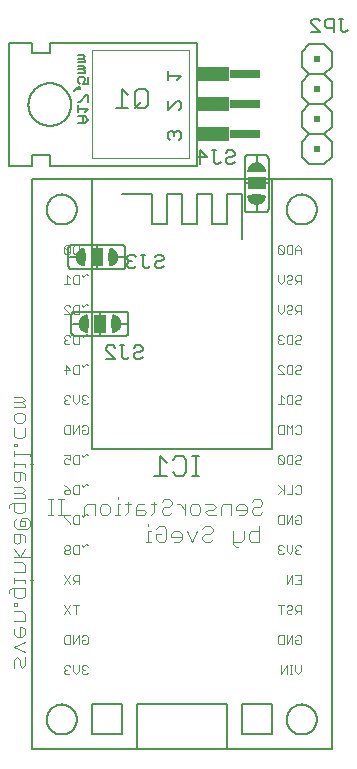
<source format=gbo>
G75*
%MOIN*%
%OFA0B0*%
%FSLAX25Y25*%
%IPPOS*%
%LPD*%
%AMOC8*
5,1,8,0,0,1.08239X$1,22.5*
%
%ADD10C,0.00400*%
%ADD11C,0.00800*%
%ADD12C,0.00300*%
%ADD13C,0.00500*%
%ADD14C,0.00600*%
%ADD15R,0.04000X0.06000*%
%ADD16C,0.00200*%
%ADD17R,0.02500X0.03000*%
%ADD18R,0.11000X0.05000*%
%ADD19R,0.07500X0.03000*%
%ADD20C,0.00700*%
%ADD21R,0.02000X0.02000*%
%ADD22R,0.06000X0.04000*%
D10*
X0102823Y0069139D02*
X0102823Y0070006D01*
X0103690Y0070873D01*
X0108027Y0070873D01*
X0108027Y0068271D01*
X0107160Y0067404D01*
X0105425Y0067404D01*
X0104558Y0068271D01*
X0104558Y0070873D01*
X0104558Y0072560D02*
X0104558Y0074295D01*
X0104558Y0073428D02*
X0108027Y0073428D01*
X0108027Y0072560D01*
X0109762Y0073428D02*
X0110630Y0073428D01*
X0108027Y0075998D02*
X0104558Y0075998D01*
X0104558Y0079467D02*
X0107160Y0079467D01*
X0108027Y0078600D01*
X0108027Y0075998D01*
X0106293Y0081154D02*
X0108027Y0083756D01*
X0108027Y0086319D02*
X0108027Y0088053D01*
X0107160Y0088921D01*
X0104558Y0088921D01*
X0104558Y0086319D01*
X0105425Y0085451D01*
X0106293Y0086319D01*
X0106293Y0088921D01*
X0105425Y0090608D02*
X0108895Y0090608D01*
X0109762Y0091475D01*
X0109762Y0093210D01*
X0108895Y0094077D01*
X0107160Y0094077D01*
X0106293Y0093210D01*
X0108027Y0093210D01*
X0108027Y0091475D01*
X0106293Y0091475D01*
X0106293Y0093210D01*
X0105425Y0094077D02*
X0104558Y0093210D01*
X0104558Y0091475D01*
X0105425Y0090608D01*
X0105425Y0095764D02*
X0104558Y0096631D01*
X0104558Y0099234D01*
X0103690Y0099234D02*
X0108027Y0099234D01*
X0108027Y0096631D01*
X0107160Y0095764D01*
X0105425Y0095764D01*
X0102823Y0097499D02*
X0102823Y0098366D01*
X0103690Y0099234D01*
X0104558Y0100920D02*
X0108027Y0100920D01*
X0108027Y0101788D01*
X0107160Y0102655D01*
X0108027Y0103523D01*
X0107160Y0104390D01*
X0104558Y0104390D01*
X0104558Y0102655D02*
X0107160Y0102655D01*
X0105425Y0106077D02*
X0106293Y0106944D01*
X0106293Y0109546D01*
X0107160Y0109546D02*
X0104558Y0109546D01*
X0104558Y0106944D01*
X0105425Y0106077D01*
X0108027Y0106944D02*
X0108027Y0108679D01*
X0107160Y0109546D01*
X0108027Y0111233D02*
X0108027Y0112101D01*
X0104558Y0112101D01*
X0104558Y0112968D02*
X0104558Y0111233D01*
X0104558Y0114671D02*
X0104558Y0116406D01*
X0104558Y0115538D02*
X0109762Y0115538D01*
X0109762Y0114671D01*
X0109762Y0112101D02*
X0110630Y0112101D01*
X0105425Y0118108D02*
X0105425Y0118976D01*
X0104558Y0118976D01*
X0104558Y0118108D01*
X0105425Y0118108D01*
X0105425Y0120687D02*
X0104558Y0121554D01*
X0104558Y0124156D01*
X0105425Y0125843D02*
X0104558Y0126710D01*
X0104558Y0128445D01*
X0105425Y0129313D01*
X0107160Y0129313D01*
X0108027Y0128445D01*
X0108027Y0126710D01*
X0107160Y0125843D01*
X0105425Y0125843D01*
X0108027Y0124156D02*
X0108027Y0121554D01*
X0107160Y0120687D01*
X0105425Y0120687D01*
X0104558Y0130999D02*
X0108027Y0130999D01*
X0108027Y0131867D01*
X0107160Y0132734D01*
X0108027Y0133602D01*
X0107160Y0134469D01*
X0104558Y0134469D01*
X0104558Y0132734D02*
X0107160Y0132734D01*
X0115812Y0100404D02*
X0117547Y0100404D01*
X0116679Y0100404D02*
X0116679Y0095200D01*
X0115812Y0095200D02*
X0117547Y0095200D01*
X0119249Y0095200D02*
X0120984Y0095200D01*
X0120117Y0095200D02*
X0120117Y0100404D01*
X0120984Y0100404D02*
X0119249Y0100404D01*
X0127827Y0097802D02*
X0127827Y0095200D01*
X0127827Y0097802D02*
X0128695Y0098670D01*
X0131297Y0098670D01*
X0131297Y0095200D01*
X0132984Y0096067D02*
X0132984Y0097802D01*
X0133851Y0098670D01*
X0135586Y0098670D01*
X0136453Y0097802D01*
X0136453Y0096067D01*
X0135586Y0095200D01*
X0133851Y0095200D01*
X0132984Y0096067D01*
X0138156Y0095200D02*
X0139891Y0095200D01*
X0139023Y0095200D02*
X0139023Y0098670D01*
X0139891Y0098670D01*
X0141594Y0098670D02*
X0143328Y0098670D01*
X0142461Y0099537D02*
X0142461Y0096067D01*
X0141594Y0095200D01*
X0145015Y0095200D02*
X0145015Y0097802D01*
X0145883Y0098670D01*
X0147617Y0098670D01*
X0147617Y0096935D02*
X0145015Y0096935D01*
X0145015Y0095200D02*
X0147617Y0095200D01*
X0148485Y0096067D01*
X0147617Y0096935D01*
X0150188Y0098670D02*
X0151922Y0098670D01*
X0151055Y0099537D02*
X0151055Y0096067D01*
X0150188Y0095200D01*
X0149196Y0092272D02*
X0149196Y0091404D01*
X0149196Y0089670D02*
X0149196Y0086200D01*
X0150063Y0086200D02*
X0148328Y0086200D01*
X0151750Y0087067D02*
X0151750Y0088802D01*
X0153485Y0088802D01*
X0155219Y0087067D02*
X0154352Y0086200D01*
X0152617Y0086200D01*
X0151750Y0087067D01*
X0150063Y0089670D02*
X0149196Y0089670D01*
X0151750Y0090537D02*
X0152617Y0091404D01*
X0154352Y0091404D01*
X0155219Y0090537D01*
X0155219Y0087067D01*
X0156906Y0087935D02*
X0160376Y0087935D01*
X0160376Y0088802D02*
X0159508Y0089670D01*
X0157774Y0089670D01*
X0156906Y0088802D01*
X0156906Y0087935D01*
X0157774Y0086200D02*
X0159508Y0086200D01*
X0160376Y0087067D01*
X0160376Y0088802D01*
X0162063Y0089670D02*
X0163797Y0086200D01*
X0165532Y0089670D01*
X0167219Y0090537D02*
X0168086Y0091404D01*
X0169821Y0091404D01*
X0170689Y0090537D01*
X0170689Y0089670D01*
X0169821Y0088802D01*
X0168086Y0088802D01*
X0167219Y0087935D01*
X0167219Y0087067D01*
X0168086Y0086200D01*
X0169821Y0086200D01*
X0170689Y0087067D01*
X0177532Y0086200D02*
X0180134Y0086200D01*
X0181001Y0087067D01*
X0181001Y0089670D01*
X0182688Y0088802D02*
X0183556Y0089670D01*
X0186158Y0089670D01*
X0186158Y0091404D02*
X0186158Y0086200D01*
X0183556Y0086200D01*
X0182688Y0087067D01*
X0182688Y0088802D01*
X0177532Y0089670D02*
X0177532Y0085333D01*
X0178399Y0084465D01*
X0179267Y0084465D01*
X0179399Y0095200D02*
X0181134Y0095200D01*
X0182001Y0096067D01*
X0182001Y0097802D01*
X0181134Y0098670D01*
X0179399Y0098670D01*
X0178532Y0097802D01*
X0178532Y0096935D01*
X0182001Y0096935D01*
X0183688Y0096935D02*
X0183688Y0096067D01*
X0184556Y0095200D01*
X0186290Y0095200D01*
X0187158Y0096067D01*
X0186290Y0097802D02*
X0184556Y0097802D01*
X0183688Y0096935D01*
X0183688Y0099537D02*
X0184556Y0100404D01*
X0186290Y0100404D01*
X0187158Y0099537D01*
X0187158Y0098670D01*
X0186290Y0097802D01*
X0176845Y0098670D02*
X0176845Y0095200D01*
X0173375Y0095200D02*
X0173375Y0097802D01*
X0174243Y0098670D01*
X0176845Y0098670D01*
X0171689Y0097802D02*
X0170821Y0098670D01*
X0168219Y0098670D01*
X0166532Y0097802D02*
X0166532Y0096067D01*
X0165665Y0095200D01*
X0163930Y0095200D01*
X0163063Y0096067D01*
X0163063Y0097802D01*
X0163930Y0098670D01*
X0165665Y0098670D01*
X0166532Y0097802D01*
X0168219Y0096067D02*
X0169086Y0096935D01*
X0170821Y0096935D01*
X0171689Y0097802D01*
X0171689Y0095200D02*
X0169086Y0095200D01*
X0168219Y0096067D01*
X0161376Y0095200D02*
X0161376Y0098670D01*
X0159641Y0098670D02*
X0158774Y0098670D01*
X0159641Y0098670D02*
X0161376Y0096935D01*
X0157079Y0096067D02*
X0156211Y0095200D01*
X0154477Y0095200D01*
X0153609Y0096067D01*
X0153609Y0096935D01*
X0154477Y0097802D01*
X0156211Y0097802D01*
X0157079Y0098670D01*
X0157079Y0099537D01*
X0156211Y0100404D01*
X0154477Y0100404D01*
X0153609Y0099537D01*
X0139023Y0100404D02*
X0139023Y0101272D01*
X0109762Y0081154D02*
X0104558Y0081154D01*
X0106293Y0081154D02*
X0104558Y0083756D01*
X0104558Y0065693D02*
X0104558Y0064826D01*
X0105425Y0064826D01*
X0105425Y0065693D01*
X0104558Y0065693D01*
X0104558Y0063139D02*
X0107160Y0063139D01*
X0108027Y0062271D01*
X0108027Y0059669D01*
X0104558Y0059669D01*
X0106293Y0057982D02*
X0106293Y0054513D01*
X0107160Y0054513D02*
X0108027Y0055380D01*
X0108027Y0057115D01*
X0107160Y0057982D01*
X0106293Y0057982D01*
X0104558Y0057115D02*
X0104558Y0055380D01*
X0105425Y0054513D01*
X0107160Y0054513D01*
X0108027Y0052826D02*
X0104558Y0051091D01*
X0108027Y0049356D01*
X0108027Y0047670D02*
X0108027Y0045067D01*
X0107160Y0044200D01*
X0106293Y0045067D01*
X0106293Y0046802D01*
X0105425Y0047670D01*
X0104558Y0046802D01*
X0104558Y0044200D01*
D11*
X0130358Y0032000D02*
X0130358Y0022000D01*
X0140358Y0022000D01*
X0140358Y0032000D01*
X0130358Y0032000D01*
X0145358Y0032000D02*
X0145358Y0017000D01*
X0110358Y0017000D01*
X0110358Y0207000D01*
X0130358Y0207000D01*
X0130358Y0117000D01*
X0190358Y0117000D01*
X0190358Y0207000D01*
X0130358Y0207000D01*
X0140358Y0202000D02*
X0150358Y0202000D01*
X0150358Y0192000D01*
X0155358Y0192000D01*
X0155358Y0202000D01*
X0160358Y0202000D01*
X0160358Y0192000D01*
X0165358Y0192000D01*
X0165358Y0202000D01*
X0170358Y0202000D01*
X0170358Y0192000D01*
X0175358Y0192000D01*
X0175358Y0202000D01*
X0180358Y0202000D01*
X0180358Y0187000D01*
X0190358Y0207000D02*
X0210358Y0207000D01*
X0210358Y0017000D01*
X0175358Y0017000D01*
X0175358Y0032000D01*
X0145358Y0032000D01*
X0145358Y0017000D02*
X0175358Y0017000D01*
X0180358Y0022000D02*
X0190358Y0022000D01*
X0190358Y0032000D01*
X0180358Y0032000D01*
X0180358Y0022000D01*
D12*
X0193362Y0042150D02*
X0193362Y0045052D01*
X0195297Y0045052D02*
X0193362Y0042150D01*
X0195297Y0042150D02*
X0195297Y0045052D01*
X0196294Y0045052D02*
X0197261Y0045052D01*
X0196778Y0045052D02*
X0196778Y0042150D01*
X0197261Y0042150D02*
X0196294Y0042150D01*
X0198273Y0043117D02*
X0198273Y0045052D01*
X0198273Y0043117D02*
X0199240Y0042150D01*
X0200208Y0043117D01*
X0200208Y0045052D01*
X0199724Y0052150D02*
X0198757Y0052150D01*
X0198273Y0052634D01*
X0198273Y0053601D01*
X0199240Y0053601D01*
X0198273Y0054569D02*
X0198757Y0055052D01*
X0199724Y0055052D01*
X0200208Y0054569D01*
X0200208Y0052634D01*
X0199724Y0052150D01*
X0197261Y0052150D02*
X0197261Y0055052D01*
X0195326Y0052150D01*
X0195326Y0055052D01*
X0194315Y0055052D02*
X0192864Y0055052D01*
X0192380Y0054569D01*
X0192380Y0052634D01*
X0192864Y0052150D01*
X0194315Y0052150D01*
X0194315Y0055052D01*
X0193347Y0062150D02*
X0193347Y0065052D01*
X0192380Y0065052D02*
X0194315Y0065052D01*
X0195326Y0064569D02*
X0195810Y0065052D01*
X0196778Y0065052D01*
X0197261Y0064569D01*
X0197261Y0064085D01*
X0196778Y0063601D01*
X0195810Y0063601D01*
X0195326Y0063117D01*
X0195326Y0062634D01*
X0195810Y0062150D01*
X0196778Y0062150D01*
X0197261Y0062634D01*
X0198273Y0062150D02*
X0199240Y0063117D01*
X0198757Y0063117D02*
X0200208Y0063117D01*
X0200208Y0062150D02*
X0200208Y0065052D01*
X0198757Y0065052D01*
X0198273Y0064569D01*
X0198273Y0063601D01*
X0198757Y0063117D01*
X0198273Y0072150D02*
X0200208Y0072150D01*
X0200208Y0075052D01*
X0198273Y0075052D01*
X0197261Y0075052D02*
X0195326Y0072150D01*
X0195326Y0075052D01*
X0197261Y0075052D02*
X0197261Y0072150D01*
X0199240Y0073601D02*
X0200208Y0073601D01*
X0199724Y0082150D02*
X0200208Y0082634D01*
X0199724Y0082150D02*
X0198757Y0082150D01*
X0198273Y0082634D01*
X0198273Y0083117D01*
X0198757Y0083601D01*
X0199240Y0083601D01*
X0198757Y0083601D02*
X0198273Y0084085D01*
X0198273Y0084569D01*
X0198757Y0085052D01*
X0199724Y0085052D01*
X0200208Y0084569D01*
X0197261Y0085052D02*
X0197261Y0083117D01*
X0196294Y0082150D01*
X0195326Y0083117D01*
X0195326Y0085052D01*
X0194315Y0084569D02*
X0193831Y0085052D01*
X0192864Y0085052D01*
X0192380Y0084569D01*
X0192380Y0084085D01*
X0192864Y0083601D01*
X0192380Y0083117D01*
X0192380Y0082634D01*
X0192864Y0082150D01*
X0193831Y0082150D01*
X0194315Y0082634D01*
X0193347Y0083601D02*
X0192864Y0083601D01*
X0192864Y0092150D02*
X0192380Y0092634D01*
X0192380Y0094569D01*
X0192864Y0095052D01*
X0194315Y0095052D01*
X0194315Y0092150D01*
X0192864Y0092150D01*
X0195326Y0092150D02*
X0195326Y0095052D01*
X0197261Y0095052D02*
X0195326Y0092150D01*
X0197261Y0092150D02*
X0197261Y0095052D01*
X0198273Y0094569D02*
X0198757Y0095052D01*
X0199724Y0095052D01*
X0200208Y0094569D01*
X0200208Y0092634D01*
X0199724Y0092150D01*
X0198757Y0092150D01*
X0198273Y0092634D01*
X0198273Y0093601D01*
X0199240Y0093601D01*
X0198757Y0102150D02*
X0198273Y0102634D01*
X0198757Y0102150D02*
X0199724Y0102150D01*
X0200208Y0102634D01*
X0200208Y0104569D01*
X0199724Y0105052D01*
X0198757Y0105052D01*
X0198273Y0104569D01*
X0197261Y0105052D02*
X0197261Y0102150D01*
X0195326Y0102150D01*
X0194315Y0102150D02*
X0194315Y0105052D01*
X0193831Y0103601D02*
X0192380Y0102150D01*
X0194315Y0103117D02*
X0192380Y0105052D01*
X0192864Y0112150D02*
X0193831Y0112150D01*
X0194315Y0112634D01*
X0192380Y0114569D01*
X0192380Y0112634D01*
X0192864Y0112150D01*
X0194315Y0112634D02*
X0194315Y0114569D01*
X0193831Y0115052D01*
X0192864Y0115052D01*
X0192380Y0114569D01*
X0195326Y0114569D02*
X0195326Y0112634D01*
X0195810Y0112150D01*
X0197261Y0112150D01*
X0197261Y0115052D01*
X0195810Y0115052D01*
X0195326Y0114569D01*
X0198273Y0114569D02*
X0198757Y0115052D01*
X0199724Y0115052D01*
X0200208Y0114569D01*
X0200208Y0114085D01*
X0199724Y0113601D01*
X0198757Y0113601D01*
X0198273Y0113117D01*
X0198273Y0112634D01*
X0198757Y0112150D01*
X0199724Y0112150D01*
X0200208Y0112634D01*
X0199724Y0122150D02*
X0198757Y0122150D01*
X0198273Y0122634D01*
X0197261Y0122150D02*
X0197261Y0125052D01*
X0196294Y0124085D01*
X0195326Y0125052D01*
X0195326Y0122150D01*
X0194315Y0122150D02*
X0192864Y0122150D01*
X0192380Y0122634D01*
X0192380Y0124569D01*
X0192864Y0125052D01*
X0194315Y0125052D01*
X0194315Y0122150D01*
X0198273Y0124569D02*
X0198757Y0125052D01*
X0199724Y0125052D01*
X0200208Y0124569D01*
X0200208Y0122634D01*
X0199724Y0122150D01*
X0199724Y0132150D02*
X0200208Y0132634D01*
X0199724Y0132150D02*
X0198757Y0132150D01*
X0198273Y0132634D01*
X0198273Y0133117D01*
X0198757Y0133601D01*
X0199724Y0133601D01*
X0200208Y0134085D01*
X0200208Y0134569D01*
X0199724Y0135052D01*
X0198757Y0135052D01*
X0198273Y0134569D01*
X0197261Y0135052D02*
X0197261Y0132150D01*
X0195810Y0132150D01*
X0195326Y0132634D01*
X0195326Y0134569D01*
X0195810Y0135052D01*
X0197261Y0135052D01*
X0194315Y0134085D02*
X0193347Y0135052D01*
X0193347Y0132150D01*
X0192380Y0132150D02*
X0194315Y0132150D01*
X0194315Y0142150D02*
X0192380Y0144085D01*
X0192380Y0144569D01*
X0192864Y0145052D01*
X0193831Y0145052D01*
X0194315Y0144569D01*
X0195326Y0144569D02*
X0195810Y0145052D01*
X0197261Y0145052D01*
X0197261Y0142150D01*
X0195810Y0142150D01*
X0195326Y0142634D01*
X0195326Y0144569D01*
X0194315Y0142150D02*
X0192380Y0142150D01*
X0198273Y0142634D02*
X0198757Y0142150D01*
X0199724Y0142150D01*
X0200208Y0142634D01*
X0199724Y0143601D02*
X0198757Y0143601D01*
X0198273Y0143117D01*
X0198273Y0142634D01*
X0199724Y0143601D02*
X0200208Y0144085D01*
X0200208Y0144569D01*
X0199724Y0145052D01*
X0198757Y0145052D01*
X0198273Y0144569D01*
X0198757Y0152150D02*
X0199724Y0152150D01*
X0200208Y0152634D01*
X0199724Y0153601D02*
X0198757Y0153601D01*
X0198273Y0153117D01*
X0198273Y0152634D01*
X0198757Y0152150D01*
X0197261Y0152150D02*
X0197261Y0155052D01*
X0195810Y0155052D01*
X0195326Y0154569D01*
X0195326Y0152634D01*
X0195810Y0152150D01*
X0197261Y0152150D01*
X0198273Y0154569D02*
X0198757Y0155052D01*
X0199724Y0155052D01*
X0200208Y0154569D01*
X0200208Y0154085D01*
X0199724Y0153601D01*
X0194315Y0152634D02*
X0193831Y0152150D01*
X0192864Y0152150D01*
X0192380Y0152634D01*
X0192380Y0153117D01*
X0192864Y0153601D01*
X0193347Y0153601D01*
X0192864Y0153601D02*
X0192380Y0154085D01*
X0192380Y0154569D01*
X0192864Y0155052D01*
X0193831Y0155052D01*
X0194315Y0154569D01*
X0193347Y0162150D02*
X0192380Y0163117D01*
X0192380Y0165052D01*
X0194315Y0165052D02*
X0194315Y0163117D01*
X0193347Y0162150D01*
X0195326Y0162634D02*
X0195810Y0162150D01*
X0196778Y0162150D01*
X0197261Y0162634D01*
X0196778Y0163601D02*
X0195810Y0163601D01*
X0195326Y0163117D01*
X0195326Y0162634D01*
X0196778Y0163601D02*
X0197261Y0164085D01*
X0197261Y0164569D01*
X0196778Y0165052D01*
X0195810Y0165052D01*
X0195326Y0164569D01*
X0198273Y0164569D02*
X0198273Y0163601D01*
X0198757Y0163117D01*
X0200208Y0163117D01*
X0200208Y0162150D02*
X0200208Y0165052D01*
X0198757Y0165052D01*
X0198273Y0164569D01*
X0199240Y0163117D02*
X0198273Y0162150D01*
X0198273Y0172150D02*
X0199240Y0173117D01*
X0198757Y0173117D02*
X0200208Y0173117D01*
X0200208Y0172150D02*
X0200208Y0175052D01*
X0198757Y0175052D01*
X0198273Y0174569D01*
X0198273Y0173601D01*
X0198757Y0173117D01*
X0197261Y0172634D02*
X0196778Y0172150D01*
X0195810Y0172150D01*
X0195326Y0172634D01*
X0195326Y0173117D01*
X0195810Y0173601D01*
X0196778Y0173601D01*
X0197261Y0174085D01*
X0197261Y0174569D01*
X0196778Y0175052D01*
X0195810Y0175052D01*
X0195326Y0174569D01*
X0194315Y0175052D02*
X0194315Y0173117D01*
X0193347Y0172150D01*
X0192380Y0173117D01*
X0192380Y0175052D01*
X0192864Y0182150D02*
X0193831Y0182150D01*
X0194315Y0182634D01*
X0192380Y0184569D01*
X0192380Y0182634D01*
X0192864Y0182150D01*
X0194315Y0182634D02*
X0194315Y0184569D01*
X0193831Y0185052D01*
X0192864Y0185052D01*
X0192380Y0184569D01*
X0195326Y0184569D02*
X0195326Y0182634D01*
X0195810Y0182150D01*
X0197261Y0182150D01*
X0197261Y0185052D01*
X0195810Y0185052D01*
X0195326Y0184569D01*
X0198273Y0184085D02*
X0198273Y0182150D01*
X0198273Y0183601D02*
X0200208Y0183601D01*
X0200208Y0184085D02*
X0200208Y0182150D01*
X0200208Y0184085D02*
X0199240Y0185052D01*
X0198273Y0184085D01*
X0129047Y0175052D02*
X0128564Y0175536D01*
X0127596Y0174569D01*
X0127112Y0175052D01*
X0126101Y0175052D02*
X0124650Y0175052D01*
X0124166Y0174569D01*
X0124166Y0172634D01*
X0124650Y0172150D01*
X0126101Y0172150D01*
X0126101Y0175052D01*
X0123154Y0174085D02*
X0122187Y0175052D01*
X0122187Y0172150D01*
X0123154Y0172150D02*
X0121219Y0172150D01*
X0121703Y0165052D02*
X0122671Y0165052D01*
X0123154Y0164569D01*
X0124166Y0164569D02*
X0124650Y0165052D01*
X0126101Y0165052D01*
X0126101Y0162150D01*
X0124650Y0162150D01*
X0124166Y0162634D01*
X0124166Y0164569D01*
X0121703Y0165052D02*
X0121219Y0164569D01*
X0121219Y0164085D01*
X0123154Y0162150D01*
X0121219Y0162150D01*
X0127112Y0165052D02*
X0127596Y0164569D01*
X0128564Y0165536D01*
X0129047Y0165052D01*
X0128564Y0155536D02*
X0127596Y0154569D01*
X0127112Y0155052D01*
X0126101Y0155052D02*
X0124650Y0155052D01*
X0124166Y0154569D01*
X0124166Y0152634D01*
X0124650Y0152150D01*
X0126101Y0152150D01*
X0126101Y0155052D01*
X0128564Y0155536D02*
X0129047Y0155052D01*
X0123154Y0154569D02*
X0122671Y0155052D01*
X0121703Y0155052D01*
X0121219Y0154569D01*
X0121219Y0154085D01*
X0121703Y0153601D01*
X0121219Y0153117D01*
X0121219Y0152634D01*
X0121703Y0152150D01*
X0122671Y0152150D01*
X0123154Y0152634D01*
X0122187Y0153601D02*
X0121703Y0153601D01*
X0121703Y0145052D02*
X0123154Y0143601D01*
X0121219Y0143601D01*
X0121703Y0142150D02*
X0121703Y0145052D01*
X0124166Y0144569D02*
X0124650Y0145052D01*
X0126101Y0145052D01*
X0126101Y0142150D01*
X0124650Y0142150D01*
X0124166Y0142634D01*
X0124166Y0144569D01*
X0127112Y0145052D02*
X0127596Y0144569D01*
X0128564Y0145536D01*
X0129047Y0145052D01*
X0128564Y0135052D02*
X0127596Y0135052D01*
X0127112Y0134569D01*
X0127112Y0134085D01*
X0127596Y0133601D01*
X0127112Y0133117D01*
X0127112Y0132634D01*
X0127596Y0132150D01*
X0128564Y0132150D01*
X0129047Y0132634D01*
X0128080Y0133601D02*
X0127596Y0133601D01*
X0126101Y0133117D02*
X0125133Y0132150D01*
X0124166Y0133117D01*
X0124166Y0135052D01*
X0123154Y0134569D02*
X0122671Y0135052D01*
X0121703Y0135052D01*
X0121219Y0134569D01*
X0121219Y0134085D01*
X0121703Y0133601D01*
X0121219Y0133117D01*
X0121219Y0132634D01*
X0121703Y0132150D01*
X0122671Y0132150D01*
X0123154Y0132634D01*
X0122187Y0133601D02*
X0121703Y0133601D01*
X0126101Y0133117D02*
X0126101Y0135052D01*
X0128564Y0135052D02*
X0129047Y0134569D01*
X0128564Y0125052D02*
X0129047Y0124569D01*
X0129047Y0122634D01*
X0128564Y0122150D01*
X0127596Y0122150D01*
X0127112Y0122634D01*
X0127112Y0123601D01*
X0128080Y0123601D01*
X0127112Y0124569D02*
X0127596Y0125052D01*
X0128564Y0125052D01*
X0126101Y0125052D02*
X0124166Y0122150D01*
X0124166Y0125052D01*
X0123154Y0125052D02*
X0121703Y0125052D01*
X0121219Y0124569D01*
X0121219Y0122634D01*
X0121703Y0122150D01*
X0123154Y0122150D01*
X0123154Y0125052D01*
X0126101Y0125052D02*
X0126101Y0122150D01*
X0128564Y0115536D02*
X0127596Y0114569D01*
X0127112Y0115052D01*
X0126101Y0115052D02*
X0124650Y0115052D01*
X0124166Y0114569D01*
X0124166Y0112634D01*
X0124650Y0112150D01*
X0126101Y0112150D01*
X0126101Y0115052D01*
X0128564Y0115536D02*
X0129047Y0115052D01*
X0123154Y0115052D02*
X0123154Y0113601D01*
X0122187Y0114085D01*
X0121703Y0114085D01*
X0121219Y0113601D01*
X0121219Y0112634D01*
X0121703Y0112150D01*
X0122671Y0112150D01*
X0123154Y0112634D01*
X0123154Y0115052D02*
X0121219Y0115052D01*
X0121219Y0105052D02*
X0122187Y0104569D01*
X0123154Y0103601D01*
X0121703Y0103601D01*
X0121219Y0103117D01*
X0121219Y0102634D01*
X0121703Y0102150D01*
X0122671Y0102150D01*
X0123154Y0102634D01*
X0123154Y0103601D01*
X0124166Y0102634D02*
X0124166Y0104569D01*
X0124650Y0105052D01*
X0126101Y0105052D01*
X0126101Y0102150D01*
X0124650Y0102150D01*
X0124166Y0102634D01*
X0127112Y0105052D02*
X0127596Y0104569D01*
X0128564Y0105536D01*
X0129047Y0105052D01*
X0128564Y0095536D02*
X0127596Y0094569D01*
X0127112Y0095052D01*
X0126101Y0095052D02*
X0124650Y0095052D01*
X0124166Y0094569D01*
X0124166Y0092634D01*
X0124650Y0092150D01*
X0126101Y0092150D01*
X0126101Y0095052D01*
X0128564Y0095536D02*
X0129047Y0095052D01*
X0123154Y0095052D02*
X0121219Y0095052D01*
X0121219Y0094569D01*
X0123154Y0092634D01*
X0123154Y0092150D01*
X0122671Y0085052D02*
X0121703Y0085052D01*
X0121219Y0084569D01*
X0121219Y0084085D01*
X0121703Y0083601D01*
X0122671Y0083601D01*
X0123154Y0084085D01*
X0123154Y0084569D01*
X0122671Y0085052D01*
X0122671Y0083601D02*
X0123154Y0083117D01*
X0123154Y0082634D01*
X0122671Y0082150D01*
X0121703Y0082150D01*
X0121219Y0082634D01*
X0121219Y0083117D01*
X0121703Y0083601D01*
X0124166Y0082634D02*
X0124166Y0084569D01*
X0124650Y0085052D01*
X0126101Y0085052D01*
X0126101Y0082150D01*
X0124650Y0082150D01*
X0124166Y0082634D01*
X0127112Y0085052D02*
X0127596Y0084569D01*
X0128564Y0085536D01*
X0129047Y0085052D01*
X0126101Y0075052D02*
X0124650Y0075052D01*
X0124166Y0074569D01*
X0124166Y0073601D01*
X0124650Y0073117D01*
X0126101Y0073117D01*
X0126101Y0072150D02*
X0126101Y0075052D01*
X0125133Y0073117D02*
X0124166Y0072150D01*
X0123154Y0072150D02*
X0121219Y0075052D01*
X0123154Y0075052D02*
X0121219Y0072150D01*
X0121219Y0065052D02*
X0123154Y0062150D01*
X0121219Y0062150D02*
X0123154Y0065052D01*
X0124166Y0065052D02*
X0126101Y0065052D01*
X0125133Y0065052D02*
X0125133Y0062150D01*
X0124166Y0055052D02*
X0124166Y0052150D01*
X0126101Y0055052D01*
X0126101Y0052150D01*
X0127112Y0052634D02*
X0127112Y0053601D01*
X0128080Y0053601D01*
X0129047Y0052634D02*
X0128564Y0052150D01*
X0127596Y0052150D01*
X0127112Y0052634D01*
X0127112Y0054569D02*
X0127596Y0055052D01*
X0128564Y0055052D01*
X0129047Y0054569D01*
X0129047Y0052634D01*
X0123154Y0052150D02*
X0123154Y0055052D01*
X0121703Y0055052D01*
X0121219Y0054569D01*
X0121219Y0052634D01*
X0121703Y0052150D01*
X0123154Y0052150D01*
X0122671Y0045052D02*
X0121703Y0045052D01*
X0121219Y0044569D01*
X0121219Y0044085D01*
X0121703Y0043601D01*
X0121219Y0043117D01*
X0121219Y0042634D01*
X0121703Y0042150D01*
X0122671Y0042150D01*
X0123154Y0042634D01*
X0124166Y0043117D02*
X0124166Y0045052D01*
X0123154Y0044569D02*
X0122671Y0045052D01*
X0122187Y0043601D02*
X0121703Y0043601D01*
X0124166Y0043117D02*
X0125133Y0042150D01*
X0126101Y0043117D01*
X0126101Y0045052D01*
X0127112Y0044569D02*
X0127112Y0044085D01*
X0127596Y0043601D01*
X0127112Y0043117D01*
X0127112Y0042634D01*
X0127596Y0042150D01*
X0128564Y0042150D01*
X0129047Y0042634D01*
X0128080Y0043601D02*
X0127596Y0043601D01*
X0127112Y0044569D02*
X0127596Y0045052D01*
X0128564Y0045052D01*
X0129047Y0044569D01*
X0126101Y0182150D02*
X0124650Y0182150D01*
X0124166Y0182634D01*
X0124166Y0184569D01*
X0124650Y0185052D01*
X0126101Y0185052D01*
X0126101Y0182150D01*
X0123154Y0182634D02*
X0123154Y0184569D01*
X0122671Y0185052D01*
X0121703Y0185052D01*
X0121219Y0184569D01*
X0123154Y0182634D01*
X0122671Y0182150D01*
X0121703Y0182150D01*
X0121219Y0182634D01*
X0121219Y0184569D01*
D13*
X0127841Y0183911D02*
X0128089Y0181173D01*
X0128089Y0181173D01*
X0127841Y0178435D01*
X0127840Y0178434D01*
X0127737Y0178446D01*
X0127633Y0178461D01*
X0127531Y0178480D01*
X0127429Y0178504D01*
X0127328Y0178531D01*
X0127229Y0178561D01*
X0127130Y0178596D01*
X0127033Y0178634D01*
X0126938Y0178676D01*
X0126844Y0178722D01*
X0126752Y0178771D01*
X0126661Y0178823D01*
X0126573Y0178879D01*
X0126487Y0178938D01*
X0126404Y0179001D01*
X0126323Y0179066D01*
X0126244Y0179135D01*
X0126168Y0179206D01*
X0126095Y0179281D01*
X0126024Y0179358D01*
X0125957Y0179437D01*
X0125893Y0179520D01*
X0125831Y0179604D01*
X0125774Y0179691D01*
X0125719Y0179780D01*
X0125668Y0179871D01*
X0125620Y0179964D01*
X0125576Y0180058D01*
X0125536Y0180154D01*
X0125499Y0180252D01*
X0125466Y0180351D01*
X0125436Y0180451D01*
X0125411Y0180552D01*
X0125389Y0180654D01*
X0125372Y0180757D01*
X0125358Y0180861D01*
X0125348Y0180964D01*
X0125342Y0181069D01*
X0125340Y0181173D01*
X0125342Y0181277D01*
X0125348Y0181382D01*
X0125358Y0181485D01*
X0125372Y0181589D01*
X0125389Y0181692D01*
X0125411Y0181794D01*
X0125436Y0181895D01*
X0125466Y0181995D01*
X0125499Y0182094D01*
X0125536Y0182192D01*
X0125576Y0182288D01*
X0125620Y0182382D01*
X0125668Y0182475D01*
X0125719Y0182566D01*
X0125774Y0182655D01*
X0125831Y0182742D01*
X0125893Y0182826D01*
X0125957Y0182909D01*
X0126024Y0182988D01*
X0126095Y0183065D01*
X0126168Y0183140D01*
X0126244Y0183211D01*
X0126323Y0183280D01*
X0126404Y0183345D01*
X0126487Y0183408D01*
X0126573Y0183467D01*
X0126661Y0183523D01*
X0126752Y0183575D01*
X0126844Y0183624D01*
X0126938Y0183670D01*
X0127033Y0183712D01*
X0127130Y0183750D01*
X0127229Y0183785D01*
X0127328Y0183815D01*
X0127429Y0183842D01*
X0127531Y0183866D01*
X0127633Y0183885D01*
X0127737Y0183900D01*
X0127840Y0183912D01*
X0127841Y0183435D01*
X0127746Y0183423D01*
X0127653Y0183407D01*
X0127560Y0183386D01*
X0127468Y0183362D01*
X0127377Y0183334D01*
X0127288Y0183303D01*
X0127199Y0183268D01*
X0127113Y0183229D01*
X0127028Y0183186D01*
X0126945Y0183140D01*
X0126864Y0183090D01*
X0126785Y0183038D01*
X0126708Y0182981D01*
X0126634Y0182922D01*
X0126562Y0182860D01*
X0126493Y0182795D01*
X0126427Y0182727D01*
X0126363Y0182656D01*
X0126303Y0182583D01*
X0126246Y0182507D01*
X0126192Y0182429D01*
X0126141Y0182348D01*
X0126094Y0182266D01*
X0126050Y0182182D01*
X0126009Y0182096D01*
X0125973Y0182008D01*
X0125940Y0181919D01*
X0125910Y0181829D01*
X0125885Y0181737D01*
X0125863Y0181645D01*
X0125846Y0181551D01*
X0125832Y0181457D01*
X0125822Y0181363D01*
X0125816Y0181268D01*
X0125814Y0181173D01*
X0125816Y0181078D01*
X0125822Y0180983D01*
X0125832Y0180889D01*
X0125846Y0180795D01*
X0125863Y0180701D01*
X0125885Y0180609D01*
X0125910Y0180517D01*
X0125940Y0180427D01*
X0125973Y0180338D01*
X0126009Y0180250D01*
X0126050Y0180164D01*
X0126094Y0180080D01*
X0126141Y0179998D01*
X0126192Y0179917D01*
X0126246Y0179839D01*
X0126303Y0179763D01*
X0126363Y0179690D01*
X0126427Y0179619D01*
X0126493Y0179551D01*
X0126562Y0179486D01*
X0126634Y0179424D01*
X0126708Y0179365D01*
X0126785Y0179308D01*
X0126864Y0179256D01*
X0126945Y0179206D01*
X0127028Y0179160D01*
X0127113Y0179117D01*
X0127199Y0179078D01*
X0127288Y0179043D01*
X0127377Y0179012D01*
X0127468Y0178984D01*
X0127560Y0178960D01*
X0127653Y0178939D01*
X0127746Y0178923D01*
X0127841Y0178911D01*
X0127841Y0179388D01*
X0127759Y0179402D01*
X0127677Y0179419D01*
X0127597Y0179440D01*
X0127517Y0179464D01*
X0127439Y0179493D01*
X0127362Y0179525D01*
X0127287Y0179560D01*
X0127213Y0179599D01*
X0127141Y0179641D01*
X0127071Y0179686D01*
X0127004Y0179735D01*
X0126939Y0179787D01*
X0126876Y0179841D01*
X0126816Y0179899D01*
X0126758Y0179959D01*
X0126704Y0180022D01*
X0126652Y0180087D01*
X0126603Y0180155D01*
X0126558Y0180224D01*
X0126516Y0180296D01*
X0126477Y0180370D01*
X0126442Y0180445D01*
X0126410Y0180522D01*
X0126381Y0180600D01*
X0126357Y0180680D01*
X0126336Y0180760D01*
X0126319Y0180842D01*
X0126305Y0180924D01*
X0126296Y0181007D01*
X0126290Y0181090D01*
X0126288Y0181173D01*
X0126290Y0181256D01*
X0126296Y0181339D01*
X0126305Y0181422D01*
X0126319Y0181504D01*
X0126336Y0181586D01*
X0126357Y0181666D01*
X0126381Y0181746D01*
X0126410Y0181824D01*
X0126442Y0181901D01*
X0126477Y0181976D01*
X0126516Y0182050D01*
X0126558Y0182122D01*
X0126603Y0182191D01*
X0126652Y0182259D01*
X0126704Y0182324D01*
X0126758Y0182387D01*
X0126816Y0182447D01*
X0126876Y0182505D01*
X0126939Y0182559D01*
X0127004Y0182611D01*
X0127071Y0182660D01*
X0127141Y0182705D01*
X0127213Y0182747D01*
X0127287Y0182786D01*
X0127362Y0182821D01*
X0127439Y0182853D01*
X0127517Y0182882D01*
X0127597Y0182906D01*
X0127677Y0182927D01*
X0127759Y0182944D01*
X0127841Y0182958D01*
X0127841Y0182478D01*
X0127771Y0182462D01*
X0127702Y0182443D01*
X0127634Y0182420D01*
X0127567Y0182394D01*
X0127501Y0182363D01*
X0127438Y0182330D01*
X0127376Y0182293D01*
X0127316Y0182252D01*
X0127259Y0182209D01*
X0127204Y0182162D01*
X0127152Y0182113D01*
X0127102Y0182061D01*
X0127055Y0182006D01*
X0127012Y0181948D01*
X0126971Y0181889D01*
X0126934Y0181827D01*
X0126901Y0181764D01*
X0126870Y0181698D01*
X0126844Y0181631D01*
X0126821Y0181563D01*
X0126801Y0181494D01*
X0126786Y0181423D01*
X0126774Y0181352D01*
X0126766Y0181281D01*
X0126762Y0181209D01*
X0126762Y0181137D01*
X0126766Y0181065D01*
X0126774Y0180994D01*
X0126786Y0180923D01*
X0126801Y0180852D01*
X0126821Y0180783D01*
X0126844Y0180715D01*
X0126870Y0180648D01*
X0126901Y0180582D01*
X0126934Y0180519D01*
X0126971Y0180457D01*
X0127012Y0180398D01*
X0127055Y0180340D01*
X0127102Y0180285D01*
X0127152Y0180233D01*
X0127204Y0180184D01*
X0127259Y0180137D01*
X0127316Y0180094D01*
X0127376Y0180053D01*
X0127438Y0180016D01*
X0127501Y0179983D01*
X0127567Y0179952D01*
X0127634Y0179926D01*
X0127702Y0179903D01*
X0127771Y0179884D01*
X0127841Y0179868D01*
X0127844Y0180355D01*
X0127789Y0180374D01*
X0127736Y0180396D01*
X0127685Y0180421D01*
X0127635Y0180450D01*
X0127588Y0180482D01*
X0127542Y0180518D01*
X0127499Y0180556D01*
X0127459Y0180597D01*
X0127422Y0180641D01*
X0127388Y0180687D01*
X0127357Y0180735D01*
X0127329Y0180786D01*
X0127305Y0180838D01*
X0127284Y0180891D01*
X0127267Y0180946D01*
X0127253Y0181002D01*
X0127244Y0181058D01*
X0127238Y0181116D01*
X0127236Y0181173D01*
X0127238Y0181230D01*
X0127244Y0181288D01*
X0127253Y0181344D01*
X0127267Y0181400D01*
X0127284Y0181455D01*
X0127305Y0181508D01*
X0127329Y0181560D01*
X0127357Y0181611D01*
X0127388Y0181659D01*
X0127422Y0181705D01*
X0127459Y0181749D01*
X0127499Y0181790D01*
X0127542Y0181828D01*
X0127588Y0181864D01*
X0127635Y0181896D01*
X0127685Y0181925D01*
X0127736Y0181950D01*
X0127789Y0181972D01*
X0127844Y0181991D01*
X0127858Y0181474D01*
X0127830Y0181450D01*
X0127804Y0181424D01*
X0127782Y0181395D01*
X0127762Y0181365D01*
X0127745Y0181332D01*
X0127731Y0181298D01*
X0127721Y0181263D01*
X0127714Y0181228D01*
X0127710Y0181191D01*
X0127710Y0181155D01*
X0127714Y0181118D01*
X0127721Y0181083D01*
X0127731Y0181048D01*
X0127745Y0181014D01*
X0127762Y0180981D01*
X0127782Y0180951D01*
X0127804Y0180922D01*
X0127830Y0180896D01*
X0127858Y0180872D01*
X0136339Y0178435D02*
X0136091Y0181173D01*
X0136091Y0181173D01*
X0136339Y0183911D01*
X0136340Y0183912D01*
X0136443Y0183900D01*
X0136547Y0183885D01*
X0136649Y0183866D01*
X0136751Y0183842D01*
X0136852Y0183815D01*
X0136951Y0183785D01*
X0137050Y0183750D01*
X0137147Y0183712D01*
X0137242Y0183670D01*
X0137336Y0183624D01*
X0137428Y0183575D01*
X0137519Y0183523D01*
X0137607Y0183467D01*
X0137693Y0183408D01*
X0137776Y0183345D01*
X0137857Y0183280D01*
X0137936Y0183211D01*
X0138012Y0183140D01*
X0138085Y0183065D01*
X0138156Y0182988D01*
X0138223Y0182909D01*
X0138287Y0182826D01*
X0138349Y0182742D01*
X0138406Y0182655D01*
X0138461Y0182566D01*
X0138512Y0182475D01*
X0138560Y0182382D01*
X0138604Y0182288D01*
X0138644Y0182192D01*
X0138681Y0182094D01*
X0138714Y0181995D01*
X0138744Y0181895D01*
X0138769Y0181794D01*
X0138791Y0181692D01*
X0138808Y0181589D01*
X0138822Y0181485D01*
X0138832Y0181382D01*
X0138838Y0181277D01*
X0138840Y0181173D01*
X0138838Y0181069D01*
X0138832Y0180964D01*
X0138822Y0180861D01*
X0138808Y0180757D01*
X0138791Y0180654D01*
X0138769Y0180552D01*
X0138744Y0180451D01*
X0138714Y0180351D01*
X0138681Y0180252D01*
X0138644Y0180154D01*
X0138604Y0180058D01*
X0138560Y0179964D01*
X0138512Y0179871D01*
X0138461Y0179780D01*
X0138406Y0179691D01*
X0138349Y0179604D01*
X0138287Y0179520D01*
X0138223Y0179437D01*
X0138156Y0179358D01*
X0138085Y0179281D01*
X0138012Y0179206D01*
X0137936Y0179135D01*
X0137857Y0179066D01*
X0137776Y0179001D01*
X0137693Y0178938D01*
X0137607Y0178879D01*
X0137519Y0178823D01*
X0137428Y0178771D01*
X0137336Y0178722D01*
X0137242Y0178676D01*
X0137147Y0178634D01*
X0137050Y0178596D01*
X0136951Y0178561D01*
X0136852Y0178531D01*
X0136751Y0178504D01*
X0136649Y0178480D01*
X0136547Y0178461D01*
X0136443Y0178446D01*
X0136340Y0178434D01*
X0136339Y0178911D01*
X0136434Y0178923D01*
X0136527Y0178939D01*
X0136620Y0178960D01*
X0136712Y0178984D01*
X0136803Y0179012D01*
X0136892Y0179043D01*
X0136981Y0179078D01*
X0137067Y0179117D01*
X0137152Y0179160D01*
X0137235Y0179206D01*
X0137316Y0179256D01*
X0137395Y0179308D01*
X0137472Y0179365D01*
X0137546Y0179424D01*
X0137618Y0179486D01*
X0137687Y0179551D01*
X0137753Y0179619D01*
X0137817Y0179690D01*
X0137877Y0179763D01*
X0137934Y0179839D01*
X0137988Y0179917D01*
X0138039Y0179998D01*
X0138086Y0180080D01*
X0138130Y0180164D01*
X0138171Y0180250D01*
X0138207Y0180338D01*
X0138240Y0180427D01*
X0138270Y0180517D01*
X0138295Y0180609D01*
X0138317Y0180701D01*
X0138334Y0180795D01*
X0138348Y0180889D01*
X0138358Y0180983D01*
X0138364Y0181078D01*
X0138366Y0181173D01*
X0138364Y0181268D01*
X0138358Y0181363D01*
X0138348Y0181457D01*
X0138334Y0181551D01*
X0138317Y0181645D01*
X0138295Y0181737D01*
X0138270Y0181829D01*
X0138240Y0181919D01*
X0138207Y0182008D01*
X0138171Y0182096D01*
X0138130Y0182182D01*
X0138086Y0182266D01*
X0138039Y0182348D01*
X0137988Y0182429D01*
X0137934Y0182507D01*
X0137877Y0182583D01*
X0137817Y0182656D01*
X0137753Y0182727D01*
X0137687Y0182795D01*
X0137618Y0182860D01*
X0137546Y0182922D01*
X0137472Y0182981D01*
X0137395Y0183038D01*
X0137316Y0183090D01*
X0137235Y0183140D01*
X0137152Y0183186D01*
X0137067Y0183229D01*
X0136981Y0183268D01*
X0136892Y0183303D01*
X0136803Y0183334D01*
X0136712Y0183362D01*
X0136620Y0183386D01*
X0136527Y0183407D01*
X0136434Y0183423D01*
X0136339Y0183435D01*
X0136339Y0182958D01*
X0136421Y0182944D01*
X0136503Y0182927D01*
X0136583Y0182906D01*
X0136663Y0182882D01*
X0136741Y0182853D01*
X0136818Y0182821D01*
X0136893Y0182786D01*
X0136967Y0182747D01*
X0137039Y0182705D01*
X0137109Y0182660D01*
X0137176Y0182611D01*
X0137241Y0182559D01*
X0137304Y0182505D01*
X0137364Y0182447D01*
X0137422Y0182387D01*
X0137476Y0182324D01*
X0137528Y0182259D01*
X0137577Y0182191D01*
X0137622Y0182122D01*
X0137664Y0182050D01*
X0137703Y0181976D01*
X0137738Y0181901D01*
X0137770Y0181824D01*
X0137799Y0181746D01*
X0137823Y0181666D01*
X0137844Y0181586D01*
X0137861Y0181504D01*
X0137875Y0181422D01*
X0137884Y0181339D01*
X0137890Y0181256D01*
X0137892Y0181173D01*
X0137890Y0181090D01*
X0137884Y0181007D01*
X0137875Y0180924D01*
X0137861Y0180842D01*
X0137844Y0180760D01*
X0137823Y0180680D01*
X0137799Y0180600D01*
X0137770Y0180522D01*
X0137738Y0180445D01*
X0137703Y0180370D01*
X0137664Y0180296D01*
X0137622Y0180224D01*
X0137577Y0180155D01*
X0137528Y0180087D01*
X0137476Y0180022D01*
X0137422Y0179959D01*
X0137364Y0179899D01*
X0137304Y0179841D01*
X0137241Y0179787D01*
X0137176Y0179735D01*
X0137109Y0179686D01*
X0137039Y0179641D01*
X0136967Y0179599D01*
X0136893Y0179560D01*
X0136818Y0179525D01*
X0136741Y0179493D01*
X0136663Y0179464D01*
X0136583Y0179440D01*
X0136503Y0179419D01*
X0136421Y0179402D01*
X0136339Y0179388D01*
X0136339Y0179868D01*
X0136409Y0179884D01*
X0136478Y0179903D01*
X0136546Y0179926D01*
X0136613Y0179952D01*
X0136679Y0179983D01*
X0136742Y0180016D01*
X0136804Y0180053D01*
X0136864Y0180094D01*
X0136921Y0180137D01*
X0136976Y0180184D01*
X0137028Y0180233D01*
X0137078Y0180285D01*
X0137125Y0180340D01*
X0137168Y0180398D01*
X0137209Y0180457D01*
X0137246Y0180519D01*
X0137279Y0180582D01*
X0137310Y0180648D01*
X0137336Y0180715D01*
X0137359Y0180783D01*
X0137379Y0180852D01*
X0137394Y0180923D01*
X0137406Y0180994D01*
X0137414Y0181065D01*
X0137418Y0181137D01*
X0137418Y0181209D01*
X0137414Y0181281D01*
X0137406Y0181352D01*
X0137394Y0181423D01*
X0137379Y0181494D01*
X0137359Y0181563D01*
X0137336Y0181631D01*
X0137310Y0181698D01*
X0137279Y0181764D01*
X0137246Y0181827D01*
X0137209Y0181889D01*
X0137168Y0181948D01*
X0137125Y0182006D01*
X0137078Y0182061D01*
X0137028Y0182113D01*
X0136976Y0182162D01*
X0136921Y0182209D01*
X0136864Y0182252D01*
X0136804Y0182293D01*
X0136742Y0182330D01*
X0136679Y0182363D01*
X0136613Y0182394D01*
X0136546Y0182420D01*
X0136478Y0182443D01*
X0136409Y0182462D01*
X0136339Y0182478D01*
X0136336Y0181991D01*
X0136391Y0181972D01*
X0136444Y0181950D01*
X0136495Y0181925D01*
X0136545Y0181896D01*
X0136592Y0181864D01*
X0136638Y0181828D01*
X0136681Y0181790D01*
X0136721Y0181749D01*
X0136758Y0181705D01*
X0136792Y0181659D01*
X0136823Y0181611D01*
X0136851Y0181560D01*
X0136875Y0181508D01*
X0136896Y0181455D01*
X0136913Y0181400D01*
X0136927Y0181344D01*
X0136936Y0181288D01*
X0136942Y0181230D01*
X0136944Y0181173D01*
X0136942Y0181116D01*
X0136936Y0181058D01*
X0136927Y0181002D01*
X0136913Y0180946D01*
X0136896Y0180891D01*
X0136875Y0180838D01*
X0136851Y0180786D01*
X0136823Y0180735D01*
X0136792Y0180687D01*
X0136758Y0180641D01*
X0136721Y0180597D01*
X0136681Y0180556D01*
X0136638Y0180518D01*
X0136592Y0180482D01*
X0136545Y0180450D01*
X0136495Y0180421D01*
X0136444Y0180396D01*
X0136391Y0180374D01*
X0136336Y0180355D01*
X0136322Y0180872D01*
X0136350Y0180896D01*
X0136376Y0180922D01*
X0136398Y0180951D01*
X0136418Y0180981D01*
X0136435Y0181014D01*
X0136449Y0181048D01*
X0136459Y0181083D01*
X0136466Y0181118D01*
X0136470Y0181155D01*
X0136470Y0181191D01*
X0136466Y0181228D01*
X0136459Y0181263D01*
X0136449Y0181298D01*
X0136435Y0181332D01*
X0136418Y0181365D01*
X0136398Y0181395D01*
X0136376Y0181424D01*
X0136350Y0181450D01*
X0136322Y0181474D01*
X0142130Y0181176D02*
X0142130Y0180426D01*
X0142880Y0179675D01*
X0142130Y0178925D01*
X0142130Y0178174D01*
X0142880Y0177423D01*
X0144382Y0177423D01*
X0145132Y0178174D01*
X0143631Y0179675D02*
X0142880Y0179675D01*
X0142130Y0181176D02*
X0142880Y0181927D01*
X0144382Y0181927D01*
X0145132Y0181176D01*
X0146734Y0181927D02*
X0148235Y0181927D01*
X0147484Y0181927D02*
X0147484Y0178174D01*
X0148235Y0177423D01*
X0148986Y0177423D01*
X0149736Y0178174D01*
X0151338Y0178174D02*
X0152088Y0177423D01*
X0153590Y0177423D01*
X0154340Y0178174D01*
X0153590Y0179675D02*
X0154340Y0180426D01*
X0154340Y0181176D01*
X0153590Y0181927D01*
X0152088Y0181927D01*
X0151338Y0181176D01*
X0152088Y0179675D02*
X0151338Y0178925D01*
X0151338Y0178174D01*
X0152088Y0179675D02*
X0153590Y0179675D01*
X0137339Y0156231D02*
X0137091Y0158969D01*
X0137091Y0158969D01*
X0137339Y0161707D01*
X0137340Y0161708D01*
X0137443Y0161696D01*
X0137547Y0161681D01*
X0137649Y0161662D01*
X0137751Y0161638D01*
X0137852Y0161611D01*
X0137951Y0161581D01*
X0138050Y0161546D01*
X0138147Y0161508D01*
X0138242Y0161466D01*
X0138336Y0161420D01*
X0138428Y0161371D01*
X0138519Y0161319D01*
X0138607Y0161263D01*
X0138693Y0161204D01*
X0138776Y0161141D01*
X0138857Y0161076D01*
X0138936Y0161007D01*
X0139012Y0160936D01*
X0139085Y0160861D01*
X0139156Y0160784D01*
X0139223Y0160705D01*
X0139287Y0160622D01*
X0139349Y0160538D01*
X0139406Y0160451D01*
X0139461Y0160362D01*
X0139512Y0160271D01*
X0139560Y0160178D01*
X0139604Y0160084D01*
X0139644Y0159988D01*
X0139681Y0159890D01*
X0139714Y0159791D01*
X0139744Y0159691D01*
X0139769Y0159590D01*
X0139791Y0159488D01*
X0139808Y0159385D01*
X0139822Y0159281D01*
X0139832Y0159178D01*
X0139838Y0159073D01*
X0139840Y0158969D01*
X0139838Y0158865D01*
X0139832Y0158760D01*
X0139822Y0158657D01*
X0139808Y0158553D01*
X0139791Y0158450D01*
X0139769Y0158348D01*
X0139744Y0158247D01*
X0139714Y0158147D01*
X0139681Y0158048D01*
X0139644Y0157950D01*
X0139604Y0157854D01*
X0139560Y0157760D01*
X0139512Y0157667D01*
X0139461Y0157576D01*
X0139406Y0157487D01*
X0139349Y0157400D01*
X0139287Y0157316D01*
X0139223Y0157233D01*
X0139156Y0157154D01*
X0139085Y0157077D01*
X0139012Y0157002D01*
X0138936Y0156931D01*
X0138857Y0156862D01*
X0138776Y0156797D01*
X0138693Y0156734D01*
X0138607Y0156675D01*
X0138519Y0156619D01*
X0138428Y0156567D01*
X0138336Y0156518D01*
X0138242Y0156472D01*
X0138147Y0156430D01*
X0138050Y0156392D01*
X0137951Y0156357D01*
X0137852Y0156327D01*
X0137751Y0156300D01*
X0137649Y0156276D01*
X0137547Y0156257D01*
X0137443Y0156242D01*
X0137340Y0156230D01*
X0137339Y0156707D01*
X0137434Y0156719D01*
X0137527Y0156735D01*
X0137620Y0156756D01*
X0137712Y0156780D01*
X0137803Y0156808D01*
X0137892Y0156839D01*
X0137981Y0156874D01*
X0138067Y0156913D01*
X0138152Y0156956D01*
X0138235Y0157002D01*
X0138316Y0157052D01*
X0138395Y0157104D01*
X0138472Y0157161D01*
X0138546Y0157220D01*
X0138618Y0157282D01*
X0138687Y0157347D01*
X0138753Y0157415D01*
X0138817Y0157486D01*
X0138877Y0157559D01*
X0138934Y0157635D01*
X0138988Y0157713D01*
X0139039Y0157794D01*
X0139086Y0157876D01*
X0139130Y0157960D01*
X0139171Y0158046D01*
X0139207Y0158134D01*
X0139240Y0158223D01*
X0139270Y0158313D01*
X0139295Y0158405D01*
X0139317Y0158497D01*
X0139334Y0158591D01*
X0139348Y0158685D01*
X0139358Y0158779D01*
X0139364Y0158874D01*
X0139366Y0158969D01*
X0139364Y0159064D01*
X0139358Y0159159D01*
X0139348Y0159253D01*
X0139334Y0159347D01*
X0139317Y0159441D01*
X0139295Y0159533D01*
X0139270Y0159625D01*
X0139240Y0159715D01*
X0139207Y0159804D01*
X0139171Y0159892D01*
X0139130Y0159978D01*
X0139086Y0160062D01*
X0139039Y0160144D01*
X0138988Y0160225D01*
X0138934Y0160303D01*
X0138877Y0160379D01*
X0138817Y0160452D01*
X0138753Y0160523D01*
X0138687Y0160591D01*
X0138618Y0160656D01*
X0138546Y0160718D01*
X0138472Y0160777D01*
X0138395Y0160834D01*
X0138316Y0160886D01*
X0138235Y0160936D01*
X0138152Y0160982D01*
X0138067Y0161025D01*
X0137981Y0161064D01*
X0137892Y0161099D01*
X0137803Y0161130D01*
X0137712Y0161158D01*
X0137620Y0161182D01*
X0137527Y0161203D01*
X0137434Y0161219D01*
X0137339Y0161231D01*
X0137339Y0160754D01*
X0137421Y0160740D01*
X0137503Y0160723D01*
X0137583Y0160702D01*
X0137663Y0160678D01*
X0137741Y0160649D01*
X0137818Y0160617D01*
X0137893Y0160582D01*
X0137967Y0160543D01*
X0138039Y0160501D01*
X0138109Y0160456D01*
X0138176Y0160407D01*
X0138241Y0160355D01*
X0138304Y0160301D01*
X0138364Y0160243D01*
X0138422Y0160183D01*
X0138476Y0160120D01*
X0138528Y0160055D01*
X0138577Y0159987D01*
X0138622Y0159918D01*
X0138664Y0159846D01*
X0138703Y0159772D01*
X0138738Y0159697D01*
X0138770Y0159620D01*
X0138799Y0159542D01*
X0138823Y0159462D01*
X0138844Y0159382D01*
X0138861Y0159300D01*
X0138875Y0159218D01*
X0138884Y0159135D01*
X0138890Y0159052D01*
X0138892Y0158969D01*
X0138890Y0158886D01*
X0138884Y0158803D01*
X0138875Y0158720D01*
X0138861Y0158638D01*
X0138844Y0158556D01*
X0138823Y0158476D01*
X0138799Y0158396D01*
X0138770Y0158318D01*
X0138738Y0158241D01*
X0138703Y0158166D01*
X0138664Y0158092D01*
X0138622Y0158020D01*
X0138577Y0157951D01*
X0138528Y0157883D01*
X0138476Y0157818D01*
X0138422Y0157755D01*
X0138364Y0157695D01*
X0138304Y0157637D01*
X0138241Y0157583D01*
X0138176Y0157531D01*
X0138109Y0157482D01*
X0138039Y0157437D01*
X0137967Y0157395D01*
X0137893Y0157356D01*
X0137818Y0157321D01*
X0137741Y0157289D01*
X0137663Y0157260D01*
X0137583Y0157236D01*
X0137503Y0157215D01*
X0137421Y0157198D01*
X0137339Y0157184D01*
X0137339Y0157664D01*
X0137409Y0157680D01*
X0137478Y0157699D01*
X0137546Y0157722D01*
X0137613Y0157748D01*
X0137679Y0157779D01*
X0137742Y0157812D01*
X0137804Y0157849D01*
X0137864Y0157890D01*
X0137921Y0157933D01*
X0137976Y0157980D01*
X0138028Y0158029D01*
X0138078Y0158081D01*
X0138125Y0158136D01*
X0138168Y0158194D01*
X0138209Y0158253D01*
X0138246Y0158315D01*
X0138279Y0158378D01*
X0138310Y0158444D01*
X0138336Y0158511D01*
X0138359Y0158579D01*
X0138379Y0158648D01*
X0138394Y0158719D01*
X0138406Y0158790D01*
X0138414Y0158861D01*
X0138418Y0158933D01*
X0138418Y0159005D01*
X0138414Y0159077D01*
X0138406Y0159148D01*
X0138394Y0159219D01*
X0138379Y0159290D01*
X0138359Y0159359D01*
X0138336Y0159427D01*
X0138310Y0159494D01*
X0138279Y0159560D01*
X0138246Y0159623D01*
X0138209Y0159685D01*
X0138168Y0159744D01*
X0138125Y0159802D01*
X0138078Y0159857D01*
X0138028Y0159909D01*
X0137976Y0159958D01*
X0137921Y0160005D01*
X0137864Y0160048D01*
X0137804Y0160089D01*
X0137742Y0160126D01*
X0137679Y0160159D01*
X0137613Y0160190D01*
X0137546Y0160216D01*
X0137478Y0160239D01*
X0137409Y0160258D01*
X0137339Y0160274D01*
X0137336Y0159787D01*
X0137391Y0159768D01*
X0137444Y0159746D01*
X0137495Y0159721D01*
X0137545Y0159692D01*
X0137592Y0159660D01*
X0137638Y0159624D01*
X0137681Y0159586D01*
X0137721Y0159545D01*
X0137758Y0159501D01*
X0137792Y0159455D01*
X0137823Y0159407D01*
X0137851Y0159356D01*
X0137875Y0159304D01*
X0137896Y0159251D01*
X0137913Y0159196D01*
X0137927Y0159140D01*
X0137936Y0159084D01*
X0137942Y0159026D01*
X0137944Y0158969D01*
X0137942Y0158912D01*
X0137936Y0158854D01*
X0137927Y0158798D01*
X0137913Y0158742D01*
X0137896Y0158687D01*
X0137875Y0158634D01*
X0137851Y0158582D01*
X0137823Y0158531D01*
X0137792Y0158483D01*
X0137758Y0158437D01*
X0137721Y0158393D01*
X0137681Y0158352D01*
X0137638Y0158314D01*
X0137592Y0158278D01*
X0137545Y0158246D01*
X0137495Y0158217D01*
X0137444Y0158192D01*
X0137391Y0158170D01*
X0137336Y0158151D01*
X0137322Y0158668D01*
X0137350Y0158692D01*
X0137376Y0158718D01*
X0137398Y0158747D01*
X0137418Y0158777D01*
X0137435Y0158810D01*
X0137449Y0158844D01*
X0137459Y0158879D01*
X0137466Y0158914D01*
X0137470Y0158951D01*
X0137470Y0158987D01*
X0137466Y0159024D01*
X0137459Y0159059D01*
X0137449Y0159094D01*
X0137435Y0159128D01*
X0137418Y0159161D01*
X0137398Y0159191D01*
X0137376Y0159220D01*
X0137350Y0159246D01*
X0137322Y0159270D01*
X0137382Y0151722D02*
X0135880Y0151722D01*
X0135130Y0150972D01*
X0135130Y0150221D01*
X0138132Y0147219D01*
X0135130Y0147219D01*
X0138132Y0150972D02*
X0137382Y0151722D01*
X0139734Y0151722D02*
X0141235Y0151722D01*
X0140484Y0151722D02*
X0140484Y0147969D01*
X0141235Y0147219D01*
X0141986Y0147219D01*
X0142736Y0147969D01*
X0144338Y0147969D02*
X0144338Y0148720D01*
X0145088Y0149470D01*
X0146590Y0149470D01*
X0147340Y0150221D01*
X0147340Y0150972D01*
X0146590Y0151722D01*
X0145088Y0151722D01*
X0144338Y0150972D01*
X0144338Y0147969D02*
X0145088Y0147219D01*
X0146590Y0147219D01*
X0147340Y0147969D01*
X0128841Y0161707D02*
X0129089Y0158969D01*
X0129089Y0158969D01*
X0128841Y0156231D01*
X0128840Y0156230D01*
X0128737Y0156242D01*
X0128633Y0156257D01*
X0128531Y0156276D01*
X0128429Y0156300D01*
X0128328Y0156327D01*
X0128229Y0156357D01*
X0128130Y0156392D01*
X0128033Y0156430D01*
X0127938Y0156472D01*
X0127844Y0156518D01*
X0127752Y0156567D01*
X0127661Y0156619D01*
X0127573Y0156675D01*
X0127487Y0156734D01*
X0127404Y0156797D01*
X0127323Y0156862D01*
X0127244Y0156931D01*
X0127168Y0157002D01*
X0127095Y0157077D01*
X0127024Y0157154D01*
X0126957Y0157233D01*
X0126893Y0157316D01*
X0126831Y0157400D01*
X0126774Y0157487D01*
X0126719Y0157576D01*
X0126668Y0157667D01*
X0126620Y0157760D01*
X0126576Y0157854D01*
X0126536Y0157950D01*
X0126499Y0158048D01*
X0126466Y0158147D01*
X0126436Y0158247D01*
X0126411Y0158348D01*
X0126389Y0158450D01*
X0126372Y0158553D01*
X0126358Y0158657D01*
X0126348Y0158760D01*
X0126342Y0158865D01*
X0126340Y0158969D01*
X0126342Y0159073D01*
X0126348Y0159178D01*
X0126358Y0159281D01*
X0126372Y0159385D01*
X0126389Y0159488D01*
X0126411Y0159590D01*
X0126436Y0159691D01*
X0126466Y0159791D01*
X0126499Y0159890D01*
X0126536Y0159988D01*
X0126576Y0160084D01*
X0126620Y0160178D01*
X0126668Y0160271D01*
X0126719Y0160362D01*
X0126774Y0160451D01*
X0126831Y0160538D01*
X0126893Y0160622D01*
X0126957Y0160705D01*
X0127024Y0160784D01*
X0127095Y0160861D01*
X0127168Y0160936D01*
X0127244Y0161007D01*
X0127323Y0161076D01*
X0127404Y0161141D01*
X0127487Y0161204D01*
X0127573Y0161263D01*
X0127661Y0161319D01*
X0127752Y0161371D01*
X0127844Y0161420D01*
X0127938Y0161466D01*
X0128033Y0161508D01*
X0128130Y0161546D01*
X0128229Y0161581D01*
X0128328Y0161611D01*
X0128429Y0161638D01*
X0128531Y0161662D01*
X0128633Y0161681D01*
X0128737Y0161696D01*
X0128840Y0161708D01*
X0128841Y0161231D01*
X0128746Y0161219D01*
X0128653Y0161203D01*
X0128560Y0161182D01*
X0128468Y0161158D01*
X0128377Y0161130D01*
X0128288Y0161099D01*
X0128199Y0161064D01*
X0128113Y0161025D01*
X0128028Y0160982D01*
X0127945Y0160936D01*
X0127864Y0160886D01*
X0127785Y0160834D01*
X0127708Y0160777D01*
X0127634Y0160718D01*
X0127562Y0160656D01*
X0127493Y0160591D01*
X0127427Y0160523D01*
X0127363Y0160452D01*
X0127303Y0160379D01*
X0127246Y0160303D01*
X0127192Y0160225D01*
X0127141Y0160144D01*
X0127094Y0160062D01*
X0127050Y0159978D01*
X0127009Y0159892D01*
X0126973Y0159804D01*
X0126940Y0159715D01*
X0126910Y0159625D01*
X0126885Y0159533D01*
X0126863Y0159441D01*
X0126846Y0159347D01*
X0126832Y0159253D01*
X0126822Y0159159D01*
X0126816Y0159064D01*
X0126814Y0158969D01*
X0126816Y0158874D01*
X0126822Y0158779D01*
X0126832Y0158685D01*
X0126846Y0158591D01*
X0126863Y0158497D01*
X0126885Y0158405D01*
X0126910Y0158313D01*
X0126940Y0158223D01*
X0126973Y0158134D01*
X0127009Y0158046D01*
X0127050Y0157960D01*
X0127094Y0157876D01*
X0127141Y0157794D01*
X0127192Y0157713D01*
X0127246Y0157635D01*
X0127303Y0157559D01*
X0127363Y0157486D01*
X0127427Y0157415D01*
X0127493Y0157347D01*
X0127562Y0157282D01*
X0127634Y0157220D01*
X0127708Y0157161D01*
X0127785Y0157104D01*
X0127864Y0157052D01*
X0127945Y0157002D01*
X0128028Y0156956D01*
X0128113Y0156913D01*
X0128199Y0156874D01*
X0128288Y0156839D01*
X0128377Y0156808D01*
X0128468Y0156780D01*
X0128560Y0156756D01*
X0128653Y0156735D01*
X0128746Y0156719D01*
X0128841Y0156707D01*
X0128841Y0157184D01*
X0128759Y0157198D01*
X0128677Y0157215D01*
X0128597Y0157236D01*
X0128517Y0157260D01*
X0128439Y0157289D01*
X0128362Y0157321D01*
X0128287Y0157356D01*
X0128213Y0157395D01*
X0128141Y0157437D01*
X0128071Y0157482D01*
X0128004Y0157531D01*
X0127939Y0157583D01*
X0127876Y0157637D01*
X0127816Y0157695D01*
X0127758Y0157755D01*
X0127704Y0157818D01*
X0127652Y0157883D01*
X0127603Y0157951D01*
X0127558Y0158020D01*
X0127516Y0158092D01*
X0127477Y0158166D01*
X0127442Y0158241D01*
X0127410Y0158318D01*
X0127381Y0158396D01*
X0127357Y0158476D01*
X0127336Y0158556D01*
X0127319Y0158638D01*
X0127305Y0158720D01*
X0127296Y0158803D01*
X0127290Y0158886D01*
X0127288Y0158969D01*
X0127290Y0159052D01*
X0127296Y0159135D01*
X0127305Y0159218D01*
X0127319Y0159300D01*
X0127336Y0159382D01*
X0127357Y0159462D01*
X0127381Y0159542D01*
X0127410Y0159620D01*
X0127442Y0159697D01*
X0127477Y0159772D01*
X0127516Y0159846D01*
X0127558Y0159918D01*
X0127603Y0159987D01*
X0127652Y0160055D01*
X0127704Y0160120D01*
X0127758Y0160183D01*
X0127816Y0160243D01*
X0127876Y0160301D01*
X0127939Y0160355D01*
X0128004Y0160407D01*
X0128071Y0160456D01*
X0128141Y0160501D01*
X0128213Y0160543D01*
X0128287Y0160582D01*
X0128362Y0160617D01*
X0128439Y0160649D01*
X0128517Y0160678D01*
X0128597Y0160702D01*
X0128677Y0160723D01*
X0128759Y0160740D01*
X0128841Y0160754D01*
X0128841Y0160274D01*
X0128771Y0160258D01*
X0128702Y0160239D01*
X0128634Y0160216D01*
X0128567Y0160190D01*
X0128501Y0160159D01*
X0128438Y0160126D01*
X0128376Y0160089D01*
X0128316Y0160048D01*
X0128259Y0160005D01*
X0128204Y0159958D01*
X0128152Y0159909D01*
X0128102Y0159857D01*
X0128055Y0159802D01*
X0128012Y0159744D01*
X0127971Y0159685D01*
X0127934Y0159623D01*
X0127901Y0159560D01*
X0127870Y0159494D01*
X0127844Y0159427D01*
X0127821Y0159359D01*
X0127801Y0159290D01*
X0127786Y0159219D01*
X0127774Y0159148D01*
X0127766Y0159077D01*
X0127762Y0159005D01*
X0127762Y0158933D01*
X0127766Y0158861D01*
X0127774Y0158790D01*
X0127786Y0158719D01*
X0127801Y0158648D01*
X0127821Y0158579D01*
X0127844Y0158511D01*
X0127870Y0158444D01*
X0127901Y0158378D01*
X0127934Y0158315D01*
X0127971Y0158253D01*
X0128012Y0158194D01*
X0128055Y0158136D01*
X0128102Y0158081D01*
X0128152Y0158029D01*
X0128204Y0157980D01*
X0128259Y0157933D01*
X0128316Y0157890D01*
X0128376Y0157849D01*
X0128438Y0157812D01*
X0128501Y0157779D01*
X0128567Y0157748D01*
X0128634Y0157722D01*
X0128702Y0157699D01*
X0128771Y0157680D01*
X0128841Y0157664D01*
X0128844Y0158151D01*
X0128789Y0158170D01*
X0128736Y0158192D01*
X0128685Y0158217D01*
X0128635Y0158246D01*
X0128588Y0158278D01*
X0128542Y0158314D01*
X0128499Y0158352D01*
X0128459Y0158393D01*
X0128422Y0158437D01*
X0128388Y0158483D01*
X0128357Y0158531D01*
X0128329Y0158582D01*
X0128305Y0158634D01*
X0128284Y0158687D01*
X0128267Y0158742D01*
X0128253Y0158798D01*
X0128244Y0158854D01*
X0128238Y0158912D01*
X0128236Y0158969D01*
X0128238Y0159026D01*
X0128244Y0159084D01*
X0128253Y0159140D01*
X0128267Y0159196D01*
X0128284Y0159251D01*
X0128305Y0159304D01*
X0128329Y0159356D01*
X0128357Y0159407D01*
X0128388Y0159455D01*
X0128422Y0159501D01*
X0128459Y0159545D01*
X0128499Y0159586D01*
X0128542Y0159624D01*
X0128588Y0159660D01*
X0128635Y0159692D01*
X0128685Y0159721D01*
X0128736Y0159746D01*
X0128789Y0159768D01*
X0128844Y0159787D01*
X0128858Y0159270D01*
X0128830Y0159246D01*
X0128804Y0159220D01*
X0128782Y0159191D01*
X0128762Y0159161D01*
X0128745Y0159128D01*
X0128731Y0159094D01*
X0128721Y0159059D01*
X0128714Y0159024D01*
X0128710Y0158987D01*
X0128710Y0158951D01*
X0128714Y0158914D01*
X0128721Y0158879D01*
X0128731Y0158844D01*
X0128745Y0158810D01*
X0128762Y0158777D01*
X0128782Y0158747D01*
X0128804Y0158718D01*
X0128830Y0158692D01*
X0128858Y0158668D01*
X0115358Y0197000D02*
X0115360Y0197141D01*
X0115366Y0197282D01*
X0115376Y0197422D01*
X0115390Y0197562D01*
X0115408Y0197702D01*
X0115429Y0197841D01*
X0115455Y0197980D01*
X0115484Y0198118D01*
X0115518Y0198254D01*
X0115555Y0198390D01*
X0115596Y0198525D01*
X0115641Y0198659D01*
X0115690Y0198791D01*
X0115742Y0198922D01*
X0115798Y0199051D01*
X0115858Y0199178D01*
X0115921Y0199304D01*
X0115987Y0199428D01*
X0116058Y0199551D01*
X0116131Y0199671D01*
X0116208Y0199789D01*
X0116288Y0199905D01*
X0116372Y0200018D01*
X0116458Y0200129D01*
X0116548Y0200238D01*
X0116641Y0200344D01*
X0116736Y0200447D01*
X0116835Y0200548D01*
X0116936Y0200646D01*
X0117040Y0200741D01*
X0117147Y0200833D01*
X0117256Y0200922D01*
X0117368Y0201007D01*
X0117482Y0201090D01*
X0117598Y0201170D01*
X0117717Y0201246D01*
X0117838Y0201318D01*
X0117960Y0201388D01*
X0118085Y0201453D01*
X0118211Y0201516D01*
X0118339Y0201574D01*
X0118469Y0201629D01*
X0118600Y0201681D01*
X0118733Y0201728D01*
X0118867Y0201772D01*
X0119002Y0201813D01*
X0119138Y0201849D01*
X0119275Y0201881D01*
X0119413Y0201910D01*
X0119551Y0201935D01*
X0119691Y0201955D01*
X0119831Y0201972D01*
X0119971Y0201985D01*
X0120112Y0201994D01*
X0120252Y0201999D01*
X0120393Y0202000D01*
X0120534Y0201997D01*
X0120675Y0201990D01*
X0120815Y0201979D01*
X0120955Y0201964D01*
X0121095Y0201945D01*
X0121234Y0201923D01*
X0121372Y0201896D01*
X0121510Y0201866D01*
X0121646Y0201831D01*
X0121782Y0201793D01*
X0121916Y0201751D01*
X0122050Y0201705D01*
X0122182Y0201656D01*
X0122312Y0201602D01*
X0122441Y0201545D01*
X0122568Y0201485D01*
X0122694Y0201421D01*
X0122817Y0201353D01*
X0122939Y0201282D01*
X0123059Y0201208D01*
X0123176Y0201130D01*
X0123291Y0201049D01*
X0123404Y0200965D01*
X0123515Y0200878D01*
X0123623Y0200787D01*
X0123728Y0200694D01*
X0123831Y0200597D01*
X0123931Y0200498D01*
X0124028Y0200396D01*
X0124122Y0200291D01*
X0124213Y0200184D01*
X0124301Y0200074D01*
X0124386Y0199962D01*
X0124468Y0199847D01*
X0124547Y0199730D01*
X0124622Y0199611D01*
X0124694Y0199490D01*
X0124762Y0199367D01*
X0124827Y0199242D01*
X0124889Y0199115D01*
X0124946Y0198986D01*
X0125001Y0198856D01*
X0125051Y0198725D01*
X0125098Y0198592D01*
X0125141Y0198458D01*
X0125180Y0198322D01*
X0125215Y0198186D01*
X0125247Y0198049D01*
X0125274Y0197911D01*
X0125298Y0197772D01*
X0125318Y0197632D01*
X0125334Y0197492D01*
X0125346Y0197352D01*
X0125354Y0197211D01*
X0125358Y0197070D01*
X0125358Y0196930D01*
X0125354Y0196789D01*
X0125346Y0196648D01*
X0125334Y0196508D01*
X0125318Y0196368D01*
X0125298Y0196228D01*
X0125274Y0196089D01*
X0125247Y0195951D01*
X0125215Y0195814D01*
X0125180Y0195678D01*
X0125141Y0195542D01*
X0125098Y0195408D01*
X0125051Y0195275D01*
X0125001Y0195144D01*
X0124946Y0195014D01*
X0124889Y0194885D01*
X0124827Y0194758D01*
X0124762Y0194633D01*
X0124694Y0194510D01*
X0124622Y0194389D01*
X0124547Y0194270D01*
X0124468Y0194153D01*
X0124386Y0194038D01*
X0124301Y0193926D01*
X0124213Y0193816D01*
X0124122Y0193709D01*
X0124028Y0193604D01*
X0123931Y0193502D01*
X0123831Y0193403D01*
X0123728Y0193306D01*
X0123623Y0193213D01*
X0123515Y0193122D01*
X0123404Y0193035D01*
X0123291Y0192951D01*
X0123176Y0192870D01*
X0123059Y0192792D01*
X0122939Y0192718D01*
X0122817Y0192647D01*
X0122694Y0192579D01*
X0122568Y0192515D01*
X0122441Y0192455D01*
X0122312Y0192398D01*
X0122182Y0192344D01*
X0122050Y0192295D01*
X0121916Y0192249D01*
X0121782Y0192207D01*
X0121646Y0192169D01*
X0121510Y0192134D01*
X0121372Y0192104D01*
X0121234Y0192077D01*
X0121095Y0192055D01*
X0120955Y0192036D01*
X0120815Y0192021D01*
X0120675Y0192010D01*
X0120534Y0192003D01*
X0120393Y0192000D01*
X0120252Y0192001D01*
X0120112Y0192006D01*
X0119971Y0192015D01*
X0119831Y0192028D01*
X0119691Y0192045D01*
X0119551Y0192065D01*
X0119413Y0192090D01*
X0119275Y0192119D01*
X0119138Y0192151D01*
X0119002Y0192187D01*
X0118867Y0192228D01*
X0118733Y0192272D01*
X0118600Y0192319D01*
X0118469Y0192371D01*
X0118339Y0192426D01*
X0118211Y0192484D01*
X0118085Y0192547D01*
X0117960Y0192612D01*
X0117838Y0192682D01*
X0117717Y0192754D01*
X0117598Y0192830D01*
X0117482Y0192910D01*
X0117368Y0192993D01*
X0117256Y0193078D01*
X0117147Y0193167D01*
X0117040Y0193259D01*
X0116936Y0193354D01*
X0116835Y0193452D01*
X0116736Y0193553D01*
X0116641Y0193656D01*
X0116548Y0193762D01*
X0116458Y0193871D01*
X0116372Y0193982D01*
X0116288Y0194095D01*
X0116208Y0194211D01*
X0116131Y0194329D01*
X0116058Y0194449D01*
X0115987Y0194572D01*
X0115921Y0194696D01*
X0115858Y0194822D01*
X0115798Y0194949D01*
X0115742Y0195078D01*
X0115690Y0195209D01*
X0115641Y0195341D01*
X0115596Y0195475D01*
X0115555Y0195610D01*
X0115518Y0195746D01*
X0115484Y0195882D01*
X0115455Y0196020D01*
X0115429Y0196159D01*
X0115408Y0196298D01*
X0115390Y0196438D01*
X0115376Y0196578D01*
X0115366Y0196718D01*
X0115360Y0196859D01*
X0115358Y0197000D01*
X0116358Y0211500D02*
X0116358Y0215000D01*
X0110358Y0215000D01*
X0110358Y0211500D01*
X0102858Y0211500D01*
X0102858Y0252500D01*
X0110358Y0252500D01*
X0110358Y0249000D01*
X0116358Y0249000D01*
X0116358Y0252500D01*
X0165358Y0252500D01*
X0165358Y0211500D01*
X0116358Y0211500D01*
X0125708Y0225810D02*
X0127976Y0225810D01*
X0129111Y0226944D01*
X0127976Y0228078D01*
X0125708Y0228078D01*
X0125708Y0229401D02*
X0125708Y0231669D01*
X0125708Y0230535D02*
X0129111Y0230535D01*
X0127976Y0229401D01*
X0127409Y0228078D02*
X0127409Y0225810D01*
X0126275Y0232992D02*
X0125708Y0232992D01*
X0126275Y0232992D02*
X0128544Y0235260D01*
X0129111Y0235260D01*
X0129111Y0232992D01*
X0126275Y0237150D02*
X0125708Y0237150D01*
X0125708Y0237717D01*
X0126275Y0237717D01*
X0126275Y0237150D01*
X0125708Y0237717D02*
X0124574Y0236583D01*
X0126275Y0238977D02*
X0125708Y0239544D01*
X0125708Y0240678D01*
X0126275Y0241245D01*
X0127409Y0241245D01*
X0127976Y0240678D01*
X0127976Y0240111D01*
X0127409Y0238977D01*
X0129111Y0238977D01*
X0129111Y0241245D01*
X0127976Y0242568D02*
X0127976Y0243135D01*
X0127409Y0243702D01*
X0127976Y0244269D01*
X0127409Y0244836D01*
X0125708Y0244836D01*
X0125708Y0243702D02*
X0127409Y0243702D01*
X0127976Y0242568D02*
X0125708Y0242568D01*
X0125708Y0246159D02*
X0127976Y0246159D01*
X0127976Y0246726D01*
X0127409Y0247293D01*
X0127976Y0247860D01*
X0127409Y0248428D01*
X0125708Y0248428D01*
X0125708Y0247293D02*
X0127409Y0247293D01*
X0109258Y0232000D02*
X0109260Y0232174D01*
X0109267Y0232348D01*
X0109277Y0232522D01*
X0109292Y0232696D01*
X0109311Y0232869D01*
X0109335Y0233042D01*
X0109363Y0233214D01*
X0109394Y0233385D01*
X0109431Y0233556D01*
X0109471Y0233725D01*
X0109515Y0233894D01*
X0109564Y0234061D01*
X0109616Y0234227D01*
X0109673Y0234392D01*
X0109734Y0234555D01*
X0109798Y0234717D01*
X0109867Y0234877D01*
X0109940Y0235036D01*
X0110016Y0235192D01*
X0110096Y0235347D01*
X0110180Y0235500D01*
X0110268Y0235650D01*
X0110360Y0235798D01*
X0110455Y0235945D01*
X0110553Y0236088D01*
X0110655Y0236229D01*
X0110761Y0236368D01*
X0110870Y0236504D01*
X0110982Y0236638D01*
X0111097Y0236768D01*
X0111216Y0236896D01*
X0111338Y0237020D01*
X0111462Y0237142D01*
X0111590Y0237261D01*
X0111720Y0237376D01*
X0111854Y0237488D01*
X0111990Y0237597D01*
X0112129Y0237703D01*
X0112270Y0237805D01*
X0112413Y0237903D01*
X0112560Y0237998D01*
X0112708Y0238090D01*
X0112858Y0238178D01*
X0113011Y0238262D01*
X0113166Y0238342D01*
X0113322Y0238418D01*
X0113481Y0238491D01*
X0113641Y0238560D01*
X0113803Y0238624D01*
X0113966Y0238685D01*
X0114131Y0238742D01*
X0114297Y0238794D01*
X0114464Y0238843D01*
X0114633Y0238887D01*
X0114802Y0238927D01*
X0114973Y0238964D01*
X0115144Y0238995D01*
X0115316Y0239023D01*
X0115489Y0239047D01*
X0115662Y0239066D01*
X0115836Y0239081D01*
X0116010Y0239091D01*
X0116184Y0239098D01*
X0116358Y0239100D01*
X0116532Y0239098D01*
X0116706Y0239091D01*
X0116880Y0239081D01*
X0117054Y0239066D01*
X0117227Y0239047D01*
X0117400Y0239023D01*
X0117572Y0238995D01*
X0117743Y0238964D01*
X0117914Y0238927D01*
X0118083Y0238887D01*
X0118252Y0238843D01*
X0118419Y0238794D01*
X0118585Y0238742D01*
X0118750Y0238685D01*
X0118913Y0238624D01*
X0119075Y0238560D01*
X0119235Y0238491D01*
X0119394Y0238418D01*
X0119550Y0238342D01*
X0119705Y0238262D01*
X0119858Y0238178D01*
X0120008Y0238090D01*
X0120156Y0237998D01*
X0120303Y0237903D01*
X0120446Y0237805D01*
X0120587Y0237703D01*
X0120726Y0237597D01*
X0120862Y0237488D01*
X0120996Y0237376D01*
X0121126Y0237261D01*
X0121254Y0237142D01*
X0121378Y0237020D01*
X0121500Y0236896D01*
X0121619Y0236768D01*
X0121734Y0236638D01*
X0121846Y0236504D01*
X0121955Y0236368D01*
X0122061Y0236229D01*
X0122163Y0236088D01*
X0122261Y0235945D01*
X0122356Y0235798D01*
X0122448Y0235650D01*
X0122536Y0235500D01*
X0122620Y0235347D01*
X0122700Y0235192D01*
X0122776Y0235036D01*
X0122849Y0234877D01*
X0122918Y0234717D01*
X0122982Y0234555D01*
X0123043Y0234392D01*
X0123100Y0234227D01*
X0123152Y0234061D01*
X0123201Y0233894D01*
X0123245Y0233725D01*
X0123285Y0233556D01*
X0123322Y0233385D01*
X0123353Y0233214D01*
X0123381Y0233042D01*
X0123405Y0232869D01*
X0123424Y0232696D01*
X0123439Y0232522D01*
X0123449Y0232348D01*
X0123456Y0232174D01*
X0123458Y0232000D01*
X0123456Y0231826D01*
X0123449Y0231652D01*
X0123439Y0231478D01*
X0123424Y0231304D01*
X0123405Y0231131D01*
X0123381Y0230958D01*
X0123353Y0230786D01*
X0123322Y0230615D01*
X0123285Y0230444D01*
X0123245Y0230275D01*
X0123201Y0230106D01*
X0123152Y0229939D01*
X0123100Y0229773D01*
X0123043Y0229608D01*
X0122982Y0229445D01*
X0122918Y0229283D01*
X0122849Y0229123D01*
X0122776Y0228964D01*
X0122700Y0228808D01*
X0122620Y0228653D01*
X0122536Y0228500D01*
X0122448Y0228350D01*
X0122356Y0228202D01*
X0122261Y0228055D01*
X0122163Y0227912D01*
X0122061Y0227771D01*
X0121955Y0227632D01*
X0121846Y0227496D01*
X0121734Y0227362D01*
X0121619Y0227232D01*
X0121500Y0227104D01*
X0121378Y0226980D01*
X0121254Y0226858D01*
X0121126Y0226739D01*
X0120996Y0226624D01*
X0120862Y0226512D01*
X0120726Y0226403D01*
X0120587Y0226297D01*
X0120446Y0226195D01*
X0120303Y0226097D01*
X0120156Y0226002D01*
X0120008Y0225910D01*
X0119858Y0225822D01*
X0119705Y0225738D01*
X0119550Y0225658D01*
X0119394Y0225582D01*
X0119235Y0225509D01*
X0119075Y0225440D01*
X0118913Y0225376D01*
X0118750Y0225315D01*
X0118585Y0225258D01*
X0118419Y0225206D01*
X0118252Y0225157D01*
X0118083Y0225113D01*
X0117914Y0225073D01*
X0117743Y0225036D01*
X0117572Y0225005D01*
X0117400Y0224977D01*
X0117227Y0224953D01*
X0117054Y0224934D01*
X0116880Y0224919D01*
X0116706Y0224909D01*
X0116532Y0224902D01*
X0116358Y0224900D01*
X0116184Y0224902D01*
X0116010Y0224909D01*
X0115836Y0224919D01*
X0115662Y0224934D01*
X0115489Y0224953D01*
X0115316Y0224977D01*
X0115144Y0225005D01*
X0114973Y0225036D01*
X0114802Y0225073D01*
X0114633Y0225113D01*
X0114464Y0225157D01*
X0114297Y0225206D01*
X0114131Y0225258D01*
X0113966Y0225315D01*
X0113803Y0225376D01*
X0113641Y0225440D01*
X0113481Y0225509D01*
X0113322Y0225582D01*
X0113166Y0225658D01*
X0113011Y0225738D01*
X0112858Y0225822D01*
X0112708Y0225910D01*
X0112560Y0226002D01*
X0112413Y0226097D01*
X0112270Y0226195D01*
X0112129Y0226297D01*
X0111990Y0226403D01*
X0111854Y0226512D01*
X0111720Y0226624D01*
X0111590Y0226739D01*
X0111462Y0226858D01*
X0111338Y0226980D01*
X0111216Y0227104D01*
X0111097Y0227232D01*
X0110982Y0227362D01*
X0110870Y0227496D01*
X0110761Y0227632D01*
X0110655Y0227771D01*
X0110553Y0227912D01*
X0110455Y0228055D01*
X0110360Y0228202D01*
X0110268Y0228350D01*
X0110180Y0228500D01*
X0110096Y0228653D01*
X0110016Y0228808D01*
X0109940Y0228964D01*
X0109867Y0229123D01*
X0109798Y0229283D01*
X0109734Y0229445D01*
X0109673Y0229608D01*
X0109616Y0229773D01*
X0109564Y0229939D01*
X0109515Y0230106D01*
X0109471Y0230275D01*
X0109431Y0230444D01*
X0109394Y0230615D01*
X0109363Y0230786D01*
X0109335Y0230958D01*
X0109311Y0231131D01*
X0109292Y0231304D01*
X0109277Y0231478D01*
X0109267Y0231652D01*
X0109260Y0231826D01*
X0109258Y0232000D01*
X0155608Y0233149D02*
X0155608Y0230146D01*
X0158610Y0233149D01*
X0159361Y0233149D01*
X0160112Y0232398D01*
X0160112Y0230897D01*
X0159361Y0230146D01*
X0159361Y0223149D02*
X0158610Y0223149D01*
X0157860Y0222398D01*
X0157109Y0223149D01*
X0156359Y0223149D01*
X0155608Y0222398D01*
X0155608Y0220897D01*
X0156359Y0220146D01*
X0157860Y0221647D02*
X0157860Y0222398D01*
X0159361Y0223149D02*
X0160112Y0222398D01*
X0160112Y0220897D01*
X0159361Y0220146D01*
X0166487Y0216675D02*
X0168739Y0214423D01*
X0165736Y0214423D01*
X0166487Y0212171D02*
X0166487Y0216675D01*
X0170340Y0216675D02*
X0171841Y0216675D01*
X0171091Y0216675D02*
X0171091Y0212922D01*
X0171841Y0212171D01*
X0172592Y0212171D01*
X0173343Y0212922D01*
X0174944Y0212922D02*
X0175695Y0212171D01*
X0177196Y0212171D01*
X0177946Y0212922D01*
X0177196Y0214423D02*
X0175695Y0214423D01*
X0174944Y0213673D01*
X0174944Y0212922D01*
X0177196Y0214423D02*
X0177946Y0215174D01*
X0177946Y0215924D01*
X0177196Y0216675D01*
X0175695Y0216675D01*
X0174944Y0215924D01*
X0188017Y0209910D02*
X0185279Y0209662D01*
X0185279Y0209662D01*
X0182541Y0209910D01*
X0182540Y0209911D01*
X0182552Y0210014D01*
X0182567Y0210118D01*
X0182586Y0210220D01*
X0182610Y0210322D01*
X0182637Y0210423D01*
X0182667Y0210522D01*
X0182702Y0210621D01*
X0182740Y0210718D01*
X0182782Y0210813D01*
X0182828Y0210907D01*
X0182877Y0210999D01*
X0182929Y0211090D01*
X0182985Y0211178D01*
X0183044Y0211264D01*
X0183107Y0211347D01*
X0183172Y0211428D01*
X0183241Y0211507D01*
X0183312Y0211583D01*
X0183387Y0211656D01*
X0183464Y0211727D01*
X0183543Y0211794D01*
X0183626Y0211858D01*
X0183710Y0211920D01*
X0183797Y0211977D01*
X0183886Y0212032D01*
X0183977Y0212083D01*
X0184070Y0212131D01*
X0184164Y0212175D01*
X0184260Y0212215D01*
X0184358Y0212252D01*
X0184457Y0212285D01*
X0184557Y0212315D01*
X0184658Y0212340D01*
X0184760Y0212362D01*
X0184863Y0212379D01*
X0184967Y0212393D01*
X0185070Y0212403D01*
X0185175Y0212409D01*
X0185279Y0212411D01*
X0185383Y0212409D01*
X0185488Y0212403D01*
X0185591Y0212393D01*
X0185695Y0212379D01*
X0185798Y0212362D01*
X0185900Y0212340D01*
X0186001Y0212315D01*
X0186101Y0212285D01*
X0186200Y0212252D01*
X0186298Y0212215D01*
X0186394Y0212175D01*
X0186488Y0212131D01*
X0186581Y0212083D01*
X0186672Y0212032D01*
X0186761Y0211977D01*
X0186848Y0211920D01*
X0186932Y0211858D01*
X0187015Y0211794D01*
X0187094Y0211727D01*
X0187171Y0211656D01*
X0187246Y0211583D01*
X0187317Y0211507D01*
X0187386Y0211428D01*
X0187451Y0211347D01*
X0187514Y0211264D01*
X0187573Y0211178D01*
X0187629Y0211090D01*
X0187681Y0210999D01*
X0187730Y0210907D01*
X0187776Y0210813D01*
X0187818Y0210718D01*
X0187856Y0210621D01*
X0187891Y0210522D01*
X0187921Y0210423D01*
X0187948Y0210322D01*
X0187972Y0210220D01*
X0187991Y0210118D01*
X0188006Y0210014D01*
X0188018Y0209911D01*
X0187541Y0209910D01*
X0187529Y0210005D01*
X0187513Y0210098D01*
X0187492Y0210191D01*
X0187468Y0210283D01*
X0187440Y0210374D01*
X0187409Y0210463D01*
X0187374Y0210552D01*
X0187335Y0210638D01*
X0187292Y0210723D01*
X0187246Y0210806D01*
X0187196Y0210887D01*
X0187144Y0210966D01*
X0187087Y0211043D01*
X0187028Y0211117D01*
X0186966Y0211189D01*
X0186901Y0211258D01*
X0186833Y0211324D01*
X0186762Y0211388D01*
X0186689Y0211448D01*
X0186613Y0211505D01*
X0186535Y0211559D01*
X0186454Y0211610D01*
X0186372Y0211657D01*
X0186288Y0211701D01*
X0186202Y0211742D01*
X0186114Y0211778D01*
X0186025Y0211811D01*
X0185935Y0211841D01*
X0185843Y0211866D01*
X0185751Y0211888D01*
X0185657Y0211905D01*
X0185563Y0211919D01*
X0185469Y0211929D01*
X0185374Y0211935D01*
X0185279Y0211937D01*
X0185184Y0211935D01*
X0185089Y0211929D01*
X0184995Y0211919D01*
X0184901Y0211905D01*
X0184807Y0211888D01*
X0184715Y0211866D01*
X0184623Y0211841D01*
X0184533Y0211811D01*
X0184444Y0211778D01*
X0184356Y0211742D01*
X0184270Y0211701D01*
X0184186Y0211657D01*
X0184104Y0211610D01*
X0184023Y0211559D01*
X0183945Y0211505D01*
X0183869Y0211448D01*
X0183796Y0211388D01*
X0183725Y0211324D01*
X0183657Y0211258D01*
X0183592Y0211189D01*
X0183530Y0211117D01*
X0183471Y0211043D01*
X0183414Y0210966D01*
X0183362Y0210887D01*
X0183312Y0210806D01*
X0183266Y0210723D01*
X0183223Y0210638D01*
X0183184Y0210552D01*
X0183149Y0210463D01*
X0183118Y0210374D01*
X0183090Y0210283D01*
X0183066Y0210191D01*
X0183045Y0210098D01*
X0183029Y0210005D01*
X0183017Y0209910D01*
X0183494Y0209910D01*
X0183508Y0209992D01*
X0183525Y0210074D01*
X0183546Y0210154D01*
X0183570Y0210234D01*
X0183599Y0210312D01*
X0183631Y0210389D01*
X0183666Y0210464D01*
X0183705Y0210538D01*
X0183747Y0210610D01*
X0183792Y0210680D01*
X0183841Y0210747D01*
X0183893Y0210812D01*
X0183947Y0210875D01*
X0184005Y0210935D01*
X0184065Y0210993D01*
X0184128Y0211047D01*
X0184193Y0211099D01*
X0184261Y0211148D01*
X0184330Y0211193D01*
X0184402Y0211235D01*
X0184476Y0211274D01*
X0184551Y0211309D01*
X0184628Y0211341D01*
X0184706Y0211370D01*
X0184786Y0211394D01*
X0184866Y0211415D01*
X0184948Y0211432D01*
X0185030Y0211446D01*
X0185113Y0211455D01*
X0185196Y0211461D01*
X0185279Y0211463D01*
X0185362Y0211461D01*
X0185445Y0211455D01*
X0185528Y0211446D01*
X0185610Y0211432D01*
X0185692Y0211415D01*
X0185772Y0211394D01*
X0185852Y0211370D01*
X0185930Y0211341D01*
X0186007Y0211309D01*
X0186082Y0211274D01*
X0186156Y0211235D01*
X0186228Y0211193D01*
X0186297Y0211148D01*
X0186365Y0211099D01*
X0186430Y0211047D01*
X0186493Y0210993D01*
X0186553Y0210935D01*
X0186611Y0210875D01*
X0186665Y0210812D01*
X0186717Y0210747D01*
X0186766Y0210680D01*
X0186811Y0210610D01*
X0186853Y0210538D01*
X0186892Y0210464D01*
X0186927Y0210389D01*
X0186959Y0210312D01*
X0186988Y0210234D01*
X0187012Y0210154D01*
X0187033Y0210074D01*
X0187050Y0209992D01*
X0187064Y0209910D01*
X0186584Y0209910D01*
X0186568Y0209980D01*
X0186549Y0210049D01*
X0186526Y0210117D01*
X0186500Y0210184D01*
X0186469Y0210250D01*
X0186436Y0210313D01*
X0186399Y0210375D01*
X0186358Y0210435D01*
X0186315Y0210492D01*
X0186268Y0210547D01*
X0186219Y0210599D01*
X0186167Y0210649D01*
X0186112Y0210696D01*
X0186054Y0210739D01*
X0185995Y0210780D01*
X0185933Y0210817D01*
X0185870Y0210850D01*
X0185804Y0210881D01*
X0185737Y0210907D01*
X0185669Y0210930D01*
X0185600Y0210950D01*
X0185529Y0210965D01*
X0185458Y0210977D01*
X0185387Y0210985D01*
X0185315Y0210989D01*
X0185243Y0210989D01*
X0185171Y0210985D01*
X0185100Y0210977D01*
X0185029Y0210965D01*
X0184958Y0210950D01*
X0184889Y0210930D01*
X0184821Y0210907D01*
X0184754Y0210881D01*
X0184688Y0210850D01*
X0184625Y0210817D01*
X0184563Y0210780D01*
X0184504Y0210739D01*
X0184446Y0210696D01*
X0184391Y0210649D01*
X0184339Y0210599D01*
X0184290Y0210547D01*
X0184243Y0210492D01*
X0184200Y0210435D01*
X0184159Y0210375D01*
X0184122Y0210313D01*
X0184089Y0210250D01*
X0184058Y0210184D01*
X0184032Y0210117D01*
X0184009Y0210049D01*
X0183990Y0209980D01*
X0183974Y0209910D01*
X0184461Y0209907D01*
X0184480Y0209962D01*
X0184502Y0210015D01*
X0184527Y0210066D01*
X0184556Y0210116D01*
X0184588Y0210163D01*
X0184624Y0210209D01*
X0184662Y0210252D01*
X0184703Y0210292D01*
X0184747Y0210329D01*
X0184793Y0210363D01*
X0184841Y0210394D01*
X0184892Y0210422D01*
X0184944Y0210446D01*
X0184997Y0210467D01*
X0185052Y0210484D01*
X0185108Y0210498D01*
X0185164Y0210507D01*
X0185222Y0210513D01*
X0185279Y0210515D01*
X0185336Y0210513D01*
X0185394Y0210507D01*
X0185450Y0210498D01*
X0185506Y0210484D01*
X0185561Y0210467D01*
X0185614Y0210446D01*
X0185666Y0210422D01*
X0185717Y0210394D01*
X0185765Y0210363D01*
X0185811Y0210329D01*
X0185855Y0210292D01*
X0185896Y0210252D01*
X0185934Y0210209D01*
X0185970Y0210163D01*
X0186002Y0210116D01*
X0186031Y0210066D01*
X0186056Y0210015D01*
X0186078Y0209962D01*
X0186097Y0209907D01*
X0185580Y0209893D01*
X0185556Y0209921D01*
X0185530Y0209947D01*
X0185501Y0209969D01*
X0185471Y0209989D01*
X0185438Y0210006D01*
X0185404Y0210020D01*
X0185369Y0210030D01*
X0185334Y0210037D01*
X0185297Y0210041D01*
X0185261Y0210041D01*
X0185224Y0210037D01*
X0185189Y0210030D01*
X0185154Y0210020D01*
X0185120Y0210006D01*
X0185087Y0209989D01*
X0185057Y0209969D01*
X0185028Y0209947D01*
X0185002Y0209921D01*
X0184978Y0209893D01*
X0182541Y0201412D02*
X0185279Y0201660D01*
X0185279Y0201660D01*
X0188017Y0201412D01*
X0188018Y0201411D01*
X0188006Y0201308D01*
X0187991Y0201204D01*
X0187972Y0201102D01*
X0187948Y0201000D01*
X0187921Y0200899D01*
X0187891Y0200800D01*
X0187856Y0200701D01*
X0187818Y0200604D01*
X0187776Y0200509D01*
X0187730Y0200415D01*
X0187681Y0200323D01*
X0187629Y0200232D01*
X0187573Y0200144D01*
X0187514Y0200058D01*
X0187451Y0199975D01*
X0187386Y0199894D01*
X0187317Y0199815D01*
X0187246Y0199739D01*
X0187171Y0199666D01*
X0187094Y0199595D01*
X0187015Y0199528D01*
X0186932Y0199464D01*
X0186848Y0199402D01*
X0186761Y0199345D01*
X0186672Y0199290D01*
X0186581Y0199239D01*
X0186488Y0199191D01*
X0186394Y0199147D01*
X0186298Y0199107D01*
X0186200Y0199070D01*
X0186101Y0199037D01*
X0186001Y0199007D01*
X0185900Y0198982D01*
X0185798Y0198960D01*
X0185695Y0198943D01*
X0185591Y0198929D01*
X0185488Y0198919D01*
X0185383Y0198913D01*
X0185279Y0198911D01*
X0185175Y0198913D01*
X0185070Y0198919D01*
X0184967Y0198929D01*
X0184863Y0198943D01*
X0184760Y0198960D01*
X0184658Y0198982D01*
X0184557Y0199007D01*
X0184457Y0199037D01*
X0184358Y0199070D01*
X0184260Y0199107D01*
X0184164Y0199147D01*
X0184070Y0199191D01*
X0183977Y0199239D01*
X0183886Y0199290D01*
X0183797Y0199345D01*
X0183710Y0199402D01*
X0183626Y0199464D01*
X0183543Y0199528D01*
X0183464Y0199595D01*
X0183387Y0199666D01*
X0183312Y0199739D01*
X0183241Y0199815D01*
X0183172Y0199894D01*
X0183107Y0199975D01*
X0183044Y0200058D01*
X0182985Y0200144D01*
X0182929Y0200232D01*
X0182877Y0200323D01*
X0182828Y0200415D01*
X0182782Y0200509D01*
X0182740Y0200604D01*
X0182702Y0200701D01*
X0182667Y0200800D01*
X0182637Y0200899D01*
X0182610Y0201000D01*
X0182586Y0201102D01*
X0182567Y0201204D01*
X0182552Y0201308D01*
X0182540Y0201411D01*
X0183017Y0201412D01*
X0183029Y0201317D01*
X0183045Y0201224D01*
X0183066Y0201131D01*
X0183090Y0201039D01*
X0183118Y0200948D01*
X0183149Y0200859D01*
X0183184Y0200770D01*
X0183223Y0200684D01*
X0183266Y0200599D01*
X0183312Y0200516D01*
X0183362Y0200435D01*
X0183414Y0200356D01*
X0183471Y0200279D01*
X0183530Y0200205D01*
X0183592Y0200133D01*
X0183657Y0200064D01*
X0183725Y0199998D01*
X0183796Y0199934D01*
X0183869Y0199874D01*
X0183945Y0199817D01*
X0184023Y0199763D01*
X0184104Y0199712D01*
X0184186Y0199665D01*
X0184270Y0199621D01*
X0184356Y0199580D01*
X0184444Y0199544D01*
X0184533Y0199511D01*
X0184623Y0199481D01*
X0184715Y0199456D01*
X0184807Y0199434D01*
X0184901Y0199417D01*
X0184995Y0199403D01*
X0185089Y0199393D01*
X0185184Y0199387D01*
X0185279Y0199385D01*
X0185374Y0199387D01*
X0185469Y0199393D01*
X0185563Y0199403D01*
X0185657Y0199417D01*
X0185751Y0199434D01*
X0185843Y0199456D01*
X0185935Y0199481D01*
X0186025Y0199511D01*
X0186114Y0199544D01*
X0186202Y0199580D01*
X0186288Y0199621D01*
X0186372Y0199665D01*
X0186454Y0199712D01*
X0186535Y0199763D01*
X0186613Y0199817D01*
X0186689Y0199874D01*
X0186762Y0199934D01*
X0186833Y0199998D01*
X0186901Y0200064D01*
X0186966Y0200133D01*
X0187028Y0200205D01*
X0187087Y0200279D01*
X0187144Y0200356D01*
X0187196Y0200435D01*
X0187246Y0200516D01*
X0187292Y0200599D01*
X0187335Y0200684D01*
X0187374Y0200770D01*
X0187409Y0200859D01*
X0187440Y0200948D01*
X0187468Y0201039D01*
X0187492Y0201131D01*
X0187513Y0201224D01*
X0187529Y0201317D01*
X0187541Y0201412D01*
X0187064Y0201412D01*
X0187050Y0201330D01*
X0187033Y0201248D01*
X0187012Y0201168D01*
X0186988Y0201088D01*
X0186959Y0201010D01*
X0186927Y0200933D01*
X0186892Y0200858D01*
X0186853Y0200784D01*
X0186811Y0200712D01*
X0186766Y0200642D01*
X0186717Y0200575D01*
X0186665Y0200510D01*
X0186611Y0200447D01*
X0186553Y0200387D01*
X0186493Y0200329D01*
X0186430Y0200275D01*
X0186365Y0200223D01*
X0186297Y0200174D01*
X0186228Y0200129D01*
X0186156Y0200087D01*
X0186082Y0200048D01*
X0186007Y0200013D01*
X0185930Y0199981D01*
X0185852Y0199952D01*
X0185772Y0199928D01*
X0185692Y0199907D01*
X0185610Y0199890D01*
X0185528Y0199876D01*
X0185445Y0199867D01*
X0185362Y0199861D01*
X0185279Y0199859D01*
X0185196Y0199861D01*
X0185113Y0199867D01*
X0185030Y0199876D01*
X0184948Y0199890D01*
X0184866Y0199907D01*
X0184786Y0199928D01*
X0184706Y0199952D01*
X0184628Y0199981D01*
X0184551Y0200013D01*
X0184476Y0200048D01*
X0184402Y0200087D01*
X0184330Y0200129D01*
X0184261Y0200174D01*
X0184193Y0200223D01*
X0184128Y0200275D01*
X0184065Y0200329D01*
X0184005Y0200387D01*
X0183947Y0200447D01*
X0183893Y0200510D01*
X0183841Y0200575D01*
X0183792Y0200642D01*
X0183747Y0200712D01*
X0183705Y0200784D01*
X0183666Y0200858D01*
X0183631Y0200933D01*
X0183599Y0201010D01*
X0183570Y0201088D01*
X0183546Y0201168D01*
X0183525Y0201248D01*
X0183508Y0201330D01*
X0183494Y0201412D01*
X0183974Y0201412D01*
X0183990Y0201342D01*
X0184009Y0201273D01*
X0184032Y0201205D01*
X0184058Y0201138D01*
X0184089Y0201072D01*
X0184122Y0201009D01*
X0184159Y0200947D01*
X0184200Y0200887D01*
X0184243Y0200830D01*
X0184290Y0200775D01*
X0184339Y0200723D01*
X0184391Y0200673D01*
X0184446Y0200626D01*
X0184504Y0200583D01*
X0184563Y0200542D01*
X0184625Y0200505D01*
X0184688Y0200472D01*
X0184754Y0200441D01*
X0184821Y0200415D01*
X0184889Y0200392D01*
X0184958Y0200372D01*
X0185029Y0200357D01*
X0185100Y0200345D01*
X0185171Y0200337D01*
X0185243Y0200333D01*
X0185315Y0200333D01*
X0185387Y0200337D01*
X0185458Y0200345D01*
X0185529Y0200357D01*
X0185600Y0200372D01*
X0185669Y0200392D01*
X0185737Y0200415D01*
X0185804Y0200441D01*
X0185870Y0200472D01*
X0185933Y0200505D01*
X0185995Y0200542D01*
X0186054Y0200583D01*
X0186112Y0200626D01*
X0186167Y0200673D01*
X0186219Y0200723D01*
X0186268Y0200775D01*
X0186315Y0200830D01*
X0186358Y0200887D01*
X0186399Y0200947D01*
X0186436Y0201009D01*
X0186469Y0201072D01*
X0186500Y0201138D01*
X0186526Y0201205D01*
X0186549Y0201273D01*
X0186568Y0201342D01*
X0186584Y0201412D01*
X0186097Y0201415D01*
X0186078Y0201360D01*
X0186056Y0201307D01*
X0186031Y0201256D01*
X0186002Y0201206D01*
X0185970Y0201159D01*
X0185934Y0201113D01*
X0185896Y0201070D01*
X0185855Y0201030D01*
X0185811Y0200993D01*
X0185765Y0200959D01*
X0185717Y0200928D01*
X0185666Y0200900D01*
X0185614Y0200876D01*
X0185561Y0200855D01*
X0185506Y0200838D01*
X0185450Y0200824D01*
X0185394Y0200815D01*
X0185336Y0200809D01*
X0185279Y0200807D01*
X0185222Y0200809D01*
X0185164Y0200815D01*
X0185108Y0200824D01*
X0185052Y0200838D01*
X0184997Y0200855D01*
X0184944Y0200876D01*
X0184892Y0200900D01*
X0184841Y0200928D01*
X0184793Y0200959D01*
X0184747Y0200993D01*
X0184703Y0201030D01*
X0184662Y0201070D01*
X0184624Y0201113D01*
X0184588Y0201159D01*
X0184556Y0201206D01*
X0184527Y0201256D01*
X0184502Y0201307D01*
X0184480Y0201360D01*
X0184461Y0201415D01*
X0184978Y0201429D01*
X0185002Y0201401D01*
X0185028Y0201375D01*
X0185057Y0201353D01*
X0185087Y0201333D01*
X0185120Y0201316D01*
X0185154Y0201302D01*
X0185189Y0201292D01*
X0185224Y0201285D01*
X0185261Y0201281D01*
X0185297Y0201281D01*
X0185334Y0201285D01*
X0185369Y0201292D01*
X0185404Y0201302D01*
X0185438Y0201316D01*
X0185471Y0201333D01*
X0185501Y0201353D01*
X0185530Y0201375D01*
X0185556Y0201401D01*
X0185580Y0201429D01*
X0195358Y0197000D02*
X0195360Y0197141D01*
X0195366Y0197282D01*
X0195376Y0197422D01*
X0195390Y0197562D01*
X0195408Y0197702D01*
X0195429Y0197841D01*
X0195455Y0197980D01*
X0195484Y0198118D01*
X0195518Y0198254D01*
X0195555Y0198390D01*
X0195596Y0198525D01*
X0195641Y0198659D01*
X0195690Y0198791D01*
X0195742Y0198922D01*
X0195798Y0199051D01*
X0195858Y0199178D01*
X0195921Y0199304D01*
X0195987Y0199428D01*
X0196058Y0199551D01*
X0196131Y0199671D01*
X0196208Y0199789D01*
X0196288Y0199905D01*
X0196372Y0200018D01*
X0196458Y0200129D01*
X0196548Y0200238D01*
X0196641Y0200344D01*
X0196736Y0200447D01*
X0196835Y0200548D01*
X0196936Y0200646D01*
X0197040Y0200741D01*
X0197147Y0200833D01*
X0197256Y0200922D01*
X0197368Y0201007D01*
X0197482Y0201090D01*
X0197598Y0201170D01*
X0197717Y0201246D01*
X0197838Y0201318D01*
X0197960Y0201388D01*
X0198085Y0201453D01*
X0198211Y0201516D01*
X0198339Y0201574D01*
X0198469Y0201629D01*
X0198600Y0201681D01*
X0198733Y0201728D01*
X0198867Y0201772D01*
X0199002Y0201813D01*
X0199138Y0201849D01*
X0199275Y0201881D01*
X0199413Y0201910D01*
X0199551Y0201935D01*
X0199691Y0201955D01*
X0199831Y0201972D01*
X0199971Y0201985D01*
X0200112Y0201994D01*
X0200252Y0201999D01*
X0200393Y0202000D01*
X0200534Y0201997D01*
X0200675Y0201990D01*
X0200815Y0201979D01*
X0200955Y0201964D01*
X0201095Y0201945D01*
X0201234Y0201923D01*
X0201372Y0201896D01*
X0201510Y0201866D01*
X0201646Y0201831D01*
X0201782Y0201793D01*
X0201916Y0201751D01*
X0202050Y0201705D01*
X0202182Y0201656D01*
X0202312Y0201602D01*
X0202441Y0201545D01*
X0202568Y0201485D01*
X0202694Y0201421D01*
X0202817Y0201353D01*
X0202939Y0201282D01*
X0203059Y0201208D01*
X0203176Y0201130D01*
X0203291Y0201049D01*
X0203404Y0200965D01*
X0203515Y0200878D01*
X0203623Y0200787D01*
X0203728Y0200694D01*
X0203831Y0200597D01*
X0203931Y0200498D01*
X0204028Y0200396D01*
X0204122Y0200291D01*
X0204213Y0200184D01*
X0204301Y0200074D01*
X0204386Y0199962D01*
X0204468Y0199847D01*
X0204547Y0199730D01*
X0204622Y0199611D01*
X0204694Y0199490D01*
X0204762Y0199367D01*
X0204827Y0199242D01*
X0204889Y0199115D01*
X0204946Y0198986D01*
X0205001Y0198856D01*
X0205051Y0198725D01*
X0205098Y0198592D01*
X0205141Y0198458D01*
X0205180Y0198322D01*
X0205215Y0198186D01*
X0205247Y0198049D01*
X0205274Y0197911D01*
X0205298Y0197772D01*
X0205318Y0197632D01*
X0205334Y0197492D01*
X0205346Y0197352D01*
X0205354Y0197211D01*
X0205358Y0197070D01*
X0205358Y0196930D01*
X0205354Y0196789D01*
X0205346Y0196648D01*
X0205334Y0196508D01*
X0205318Y0196368D01*
X0205298Y0196228D01*
X0205274Y0196089D01*
X0205247Y0195951D01*
X0205215Y0195814D01*
X0205180Y0195678D01*
X0205141Y0195542D01*
X0205098Y0195408D01*
X0205051Y0195275D01*
X0205001Y0195144D01*
X0204946Y0195014D01*
X0204889Y0194885D01*
X0204827Y0194758D01*
X0204762Y0194633D01*
X0204694Y0194510D01*
X0204622Y0194389D01*
X0204547Y0194270D01*
X0204468Y0194153D01*
X0204386Y0194038D01*
X0204301Y0193926D01*
X0204213Y0193816D01*
X0204122Y0193709D01*
X0204028Y0193604D01*
X0203931Y0193502D01*
X0203831Y0193403D01*
X0203728Y0193306D01*
X0203623Y0193213D01*
X0203515Y0193122D01*
X0203404Y0193035D01*
X0203291Y0192951D01*
X0203176Y0192870D01*
X0203059Y0192792D01*
X0202939Y0192718D01*
X0202817Y0192647D01*
X0202694Y0192579D01*
X0202568Y0192515D01*
X0202441Y0192455D01*
X0202312Y0192398D01*
X0202182Y0192344D01*
X0202050Y0192295D01*
X0201916Y0192249D01*
X0201782Y0192207D01*
X0201646Y0192169D01*
X0201510Y0192134D01*
X0201372Y0192104D01*
X0201234Y0192077D01*
X0201095Y0192055D01*
X0200955Y0192036D01*
X0200815Y0192021D01*
X0200675Y0192010D01*
X0200534Y0192003D01*
X0200393Y0192000D01*
X0200252Y0192001D01*
X0200112Y0192006D01*
X0199971Y0192015D01*
X0199831Y0192028D01*
X0199691Y0192045D01*
X0199551Y0192065D01*
X0199413Y0192090D01*
X0199275Y0192119D01*
X0199138Y0192151D01*
X0199002Y0192187D01*
X0198867Y0192228D01*
X0198733Y0192272D01*
X0198600Y0192319D01*
X0198469Y0192371D01*
X0198339Y0192426D01*
X0198211Y0192484D01*
X0198085Y0192547D01*
X0197960Y0192612D01*
X0197838Y0192682D01*
X0197717Y0192754D01*
X0197598Y0192830D01*
X0197482Y0192910D01*
X0197368Y0192993D01*
X0197256Y0193078D01*
X0197147Y0193167D01*
X0197040Y0193259D01*
X0196936Y0193354D01*
X0196835Y0193452D01*
X0196736Y0193553D01*
X0196641Y0193656D01*
X0196548Y0193762D01*
X0196458Y0193871D01*
X0196372Y0193982D01*
X0196288Y0194095D01*
X0196208Y0194211D01*
X0196131Y0194329D01*
X0196058Y0194449D01*
X0195987Y0194572D01*
X0195921Y0194696D01*
X0195858Y0194822D01*
X0195798Y0194949D01*
X0195742Y0195078D01*
X0195690Y0195209D01*
X0195641Y0195341D01*
X0195596Y0195475D01*
X0195555Y0195610D01*
X0195518Y0195746D01*
X0195484Y0195882D01*
X0195455Y0196020D01*
X0195429Y0196159D01*
X0195408Y0196298D01*
X0195390Y0196438D01*
X0195376Y0196578D01*
X0195366Y0196718D01*
X0195360Y0196859D01*
X0195358Y0197000D01*
X0158610Y0240146D02*
X0160112Y0241647D01*
X0155608Y0241647D01*
X0155608Y0240146D02*
X0155608Y0243149D01*
X0203409Y0256050D02*
X0206412Y0256050D01*
X0203409Y0259053D01*
X0203409Y0259803D01*
X0204160Y0260554D01*
X0205661Y0260554D01*
X0206412Y0259803D01*
X0208013Y0259803D02*
X0208013Y0258302D01*
X0208764Y0257551D01*
X0211016Y0257551D01*
X0211016Y0256050D02*
X0211016Y0260554D01*
X0208764Y0260554D01*
X0208013Y0259803D01*
X0212617Y0260554D02*
X0214118Y0260554D01*
X0213368Y0260554D02*
X0213368Y0256801D01*
X0214118Y0256050D01*
X0214869Y0256050D01*
X0215620Y0256801D01*
X0195358Y0027000D02*
X0195360Y0027141D01*
X0195366Y0027282D01*
X0195376Y0027422D01*
X0195390Y0027562D01*
X0195408Y0027702D01*
X0195429Y0027841D01*
X0195455Y0027980D01*
X0195484Y0028118D01*
X0195518Y0028254D01*
X0195555Y0028390D01*
X0195596Y0028525D01*
X0195641Y0028659D01*
X0195690Y0028791D01*
X0195742Y0028922D01*
X0195798Y0029051D01*
X0195858Y0029178D01*
X0195921Y0029304D01*
X0195987Y0029428D01*
X0196058Y0029551D01*
X0196131Y0029671D01*
X0196208Y0029789D01*
X0196288Y0029905D01*
X0196372Y0030018D01*
X0196458Y0030129D01*
X0196548Y0030238D01*
X0196641Y0030344D01*
X0196736Y0030447D01*
X0196835Y0030548D01*
X0196936Y0030646D01*
X0197040Y0030741D01*
X0197147Y0030833D01*
X0197256Y0030922D01*
X0197368Y0031007D01*
X0197482Y0031090D01*
X0197598Y0031170D01*
X0197717Y0031246D01*
X0197838Y0031318D01*
X0197960Y0031388D01*
X0198085Y0031453D01*
X0198211Y0031516D01*
X0198339Y0031574D01*
X0198469Y0031629D01*
X0198600Y0031681D01*
X0198733Y0031728D01*
X0198867Y0031772D01*
X0199002Y0031813D01*
X0199138Y0031849D01*
X0199275Y0031881D01*
X0199413Y0031910D01*
X0199551Y0031935D01*
X0199691Y0031955D01*
X0199831Y0031972D01*
X0199971Y0031985D01*
X0200112Y0031994D01*
X0200252Y0031999D01*
X0200393Y0032000D01*
X0200534Y0031997D01*
X0200675Y0031990D01*
X0200815Y0031979D01*
X0200955Y0031964D01*
X0201095Y0031945D01*
X0201234Y0031923D01*
X0201372Y0031896D01*
X0201510Y0031866D01*
X0201646Y0031831D01*
X0201782Y0031793D01*
X0201916Y0031751D01*
X0202050Y0031705D01*
X0202182Y0031656D01*
X0202312Y0031602D01*
X0202441Y0031545D01*
X0202568Y0031485D01*
X0202694Y0031421D01*
X0202817Y0031353D01*
X0202939Y0031282D01*
X0203059Y0031208D01*
X0203176Y0031130D01*
X0203291Y0031049D01*
X0203404Y0030965D01*
X0203515Y0030878D01*
X0203623Y0030787D01*
X0203728Y0030694D01*
X0203831Y0030597D01*
X0203931Y0030498D01*
X0204028Y0030396D01*
X0204122Y0030291D01*
X0204213Y0030184D01*
X0204301Y0030074D01*
X0204386Y0029962D01*
X0204468Y0029847D01*
X0204547Y0029730D01*
X0204622Y0029611D01*
X0204694Y0029490D01*
X0204762Y0029367D01*
X0204827Y0029242D01*
X0204889Y0029115D01*
X0204946Y0028986D01*
X0205001Y0028856D01*
X0205051Y0028725D01*
X0205098Y0028592D01*
X0205141Y0028458D01*
X0205180Y0028322D01*
X0205215Y0028186D01*
X0205247Y0028049D01*
X0205274Y0027911D01*
X0205298Y0027772D01*
X0205318Y0027632D01*
X0205334Y0027492D01*
X0205346Y0027352D01*
X0205354Y0027211D01*
X0205358Y0027070D01*
X0205358Y0026930D01*
X0205354Y0026789D01*
X0205346Y0026648D01*
X0205334Y0026508D01*
X0205318Y0026368D01*
X0205298Y0026228D01*
X0205274Y0026089D01*
X0205247Y0025951D01*
X0205215Y0025814D01*
X0205180Y0025678D01*
X0205141Y0025542D01*
X0205098Y0025408D01*
X0205051Y0025275D01*
X0205001Y0025144D01*
X0204946Y0025014D01*
X0204889Y0024885D01*
X0204827Y0024758D01*
X0204762Y0024633D01*
X0204694Y0024510D01*
X0204622Y0024389D01*
X0204547Y0024270D01*
X0204468Y0024153D01*
X0204386Y0024038D01*
X0204301Y0023926D01*
X0204213Y0023816D01*
X0204122Y0023709D01*
X0204028Y0023604D01*
X0203931Y0023502D01*
X0203831Y0023403D01*
X0203728Y0023306D01*
X0203623Y0023213D01*
X0203515Y0023122D01*
X0203404Y0023035D01*
X0203291Y0022951D01*
X0203176Y0022870D01*
X0203059Y0022792D01*
X0202939Y0022718D01*
X0202817Y0022647D01*
X0202694Y0022579D01*
X0202568Y0022515D01*
X0202441Y0022455D01*
X0202312Y0022398D01*
X0202182Y0022344D01*
X0202050Y0022295D01*
X0201916Y0022249D01*
X0201782Y0022207D01*
X0201646Y0022169D01*
X0201510Y0022134D01*
X0201372Y0022104D01*
X0201234Y0022077D01*
X0201095Y0022055D01*
X0200955Y0022036D01*
X0200815Y0022021D01*
X0200675Y0022010D01*
X0200534Y0022003D01*
X0200393Y0022000D01*
X0200252Y0022001D01*
X0200112Y0022006D01*
X0199971Y0022015D01*
X0199831Y0022028D01*
X0199691Y0022045D01*
X0199551Y0022065D01*
X0199413Y0022090D01*
X0199275Y0022119D01*
X0199138Y0022151D01*
X0199002Y0022187D01*
X0198867Y0022228D01*
X0198733Y0022272D01*
X0198600Y0022319D01*
X0198469Y0022371D01*
X0198339Y0022426D01*
X0198211Y0022484D01*
X0198085Y0022547D01*
X0197960Y0022612D01*
X0197838Y0022682D01*
X0197717Y0022754D01*
X0197598Y0022830D01*
X0197482Y0022910D01*
X0197368Y0022993D01*
X0197256Y0023078D01*
X0197147Y0023167D01*
X0197040Y0023259D01*
X0196936Y0023354D01*
X0196835Y0023452D01*
X0196736Y0023553D01*
X0196641Y0023656D01*
X0196548Y0023762D01*
X0196458Y0023871D01*
X0196372Y0023982D01*
X0196288Y0024095D01*
X0196208Y0024211D01*
X0196131Y0024329D01*
X0196058Y0024449D01*
X0195987Y0024572D01*
X0195921Y0024696D01*
X0195858Y0024822D01*
X0195798Y0024949D01*
X0195742Y0025078D01*
X0195690Y0025209D01*
X0195641Y0025341D01*
X0195596Y0025475D01*
X0195555Y0025610D01*
X0195518Y0025746D01*
X0195484Y0025882D01*
X0195455Y0026020D01*
X0195429Y0026159D01*
X0195408Y0026298D01*
X0195390Y0026438D01*
X0195376Y0026578D01*
X0195366Y0026718D01*
X0195360Y0026859D01*
X0195358Y0027000D01*
X0115358Y0027000D02*
X0115360Y0027141D01*
X0115366Y0027282D01*
X0115376Y0027422D01*
X0115390Y0027562D01*
X0115408Y0027702D01*
X0115429Y0027841D01*
X0115455Y0027980D01*
X0115484Y0028118D01*
X0115518Y0028254D01*
X0115555Y0028390D01*
X0115596Y0028525D01*
X0115641Y0028659D01*
X0115690Y0028791D01*
X0115742Y0028922D01*
X0115798Y0029051D01*
X0115858Y0029178D01*
X0115921Y0029304D01*
X0115987Y0029428D01*
X0116058Y0029551D01*
X0116131Y0029671D01*
X0116208Y0029789D01*
X0116288Y0029905D01*
X0116372Y0030018D01*
X0116458Y0030129D01*
X0116548Y0030238D01*
X0116641Y0030344D01*
X0116736Y0030447D01*
X0116835Y0030548D01*
X0116936Y0030646D01*
X0117040Y0030741D01*
X0117147Y0030833D01*
X0117256Y0030922D01*
X0117368Y0031007D01*
X0117482Y0031090D01*
X0117598Y0031170D01*
X0117717Y0031246D01*
X0117838Y0031318D01*
X0117960Y0031388D01*
X0118085Y0031453D01*
X0118211Y0031516D01*
X0118339Y0031574D01*
X0118469Y0031629D01*
X0118600Y0031681D01*
X0118733Y0031728D01*
X0118867Y0031772D01*
X0119002Y0031813D01*
X0119138Y0031849D01*
X0119275Y0031881D01*
X0119413Y0031910D01*
X0119551Y0031935D01*
X0119691Y0031955D01*
X0119831Y0031972D01*
X0119971Y0031985D01*
X0120112Y0031994D01*
X0120252Y0031999D01*
X0120393Y0032000D01*
X0120534Y0031997D01*
X0120675Y0031990D01*
X0120815Y0031979D01*
X0120955Y0031964D01*
X0121095Y0031945D01*
X0121234Y0031923D01*
X0121372Y0031896D01*
X0121510Y0031866D01*
X0121646Y0031831D01*
X0121782Y0031793D01*
X0121916Y0031751D01*
X0122050Y0031705D01*
X0122182Y0031656D01*
X0122312Y0031602D01*
X0122441Y0031545D01*
X0122568Y0031485D01*
X0122694Y0031421D01*
X0122817Y0031353D01*
X0122939Y0031282D01*
X0123059Y0031208D01*
X0123176Y0031130D01*
X0123291Y0031049D01*
X0123404Y0030965D01*
X0123515Y0030878D01*
X0123623Y0030787D01*
X0123728Y0030694D01*
X0123831Y0030597D01*
X0123931Y0030498D01*
X0124028Y0030396D01*
X0124122Y0030291D01*
X0124213Y0030184D01*
X0124301Y0030074D01*
X0124386Y0029962D01*
X0124468Y0029847D01*
X0124547Y0029730D01*
X0124622Y0029611D01*
X0124694Y0029490D01*
X0124762Y0029367D01*
X0124827Y0029242D01*
X0124889Y0029115D01*
X0124946Y0028986D01*
X0125001Y0028856D01*
X0125051Y0028725D01*
X0125098Y0028592D01*
X0125141Y0028458D01*
X0125180Y0028322D01*
X0125215Y0028186D01*
X0125247Y0028049D01*
X0125274Y0027911D01*
X0125298Y0027772D01*
X0125318Y0027632D01*
X0125334Y0027492D01*
X0125346Y0027352D01*
X0125354Y0027211D01*
X0125358Y0027070D01*
X0125358Y0026930D01*
X0125354Y0026789D01*
X0125346Y0026648D01*
X0125334Y0026508D01*
X0125318Y0026368D01*
X0125298Y0026228D01*
X0125274Y0026089D01*
X0125247Y0025951D01*
X0125215Y0025814D01*
X0125180Y0025678D01*
X0125141Y0025542D01*
X0125098Y0025408D01*
X0125051Y0025275D01*
X0125001Y0025144D01*
X0124946Y0025014D01*
X0124889Y0024885D01*
X0124827Y0024758D01*
X0124762Y0024633D01*
X0124694Y0024510D01*
X0124622Y0024389D01*
X0124547Y0024270D01*
X0124468Y0024153D01*
X0124386Y0024038D01*
X0124301Y0023926D01*
X0124213Y0023816D01*
X0124122Y0023709D01*
X0124028Y0023604D01*
X0123931Y0023502D01*
X0123831Y0023403D01*
X0123728Y0023306D01*
X0123623Y0023213D01*
X0123515Y0023122D01*
X0123404Y0023035D01*
X0123291Y0022951D01*
X0123176Y0022870D01*
X0123059Y0022792D01*
X0122939Y0022718D01*
X0122817Y0022647D01*
X0122694Y0022579D01*
X0122568Y0022515D01*
X0122441Y0022455D01*
X0122312Y0022398D01*
X0122182Y0022344D01*
X0122050Y0022295D01*
X0121916Y0022249D01*
X0121782Y0022207D01*
X0121646Y0022169D01*
X0121510Y0022134D01*
X0121372Y0022104D01*
X0121234Y0022077D01*
X0121095Y0022055D01*
X0120955Y0022036D01*
X0120815Y0022021D01*
X0120675Y0022010D01*
X0120534Y0022003D01*
X0120393Y0022000D01*
X0120252Y0022001D01*
X0120112Y0022006D01*
X0119971Y0022015D01*
X0119831Y0022028D01*
X0119691Y0022045D01*
X0119551Y0022065D01*
X0119413Y0022090D01*
X0119275Y0022119D01*
X0119138Y0022151D01*
X0119002Y0022187D01*
X0118867Y0022228D01*
X0118733Y0022272D01*
X0118600Y0022319D01*
X0118469Y0022371D01*
X0118339Y0022426D01*
X0118211Y0022484D01*
X0118085Y0022547D01*
X0117960Y0022612D01*
X0117838Y0022682D01*
X0117717Y0022754D01*
X0117598Y0022830D01*
X0117482Y0022910D01*
X0117368Y0022993D01*
X0117256Y0023078D01*
X0117147Y0023167D01*
X0117040Y0023259D01*
X0116936Y0023354D01*
X0116835Y0023452D01*
X0116736Y0023553D01*
X0116641Y0023656D01*
X0116548Y0023762D01*
X0116458Y0023871D01*
X0116372Y0023982D01*
X0116288Y0024095D01*
X0116208Y0024211D01*
X0116131Y0024329D01*
X0116058Y0024449D01*
X0115987Y0024572D01*
X0115921Y0024696D01*
X0115858Y0024822D01*
X0115798Y0024949D01*
X0115742Y0025078D01*
X0115690Y0025209D01*
X0115641Y0025341D01*
X0115596Y0025475D01*
X0115555Y0025610D01*
X0115518Y0025746D01*
X0115484Y0025882D01*
X0115455Y0026020D01*
X0115429Y0026159D01*
X0115408Y0026298D01*
X0115390Y0026438D01*
X0115376Y0026578D01*
X0115366Y0026718D01*
X0115360Y0026859D01*
X0115358Y0027000D01*
D14*
X0151045Y0108300D02*
X0155315Y0108300D01*
X0153180Y0108300D02*
X0153180Y0114705D01*
X0155315Y0112570D01*
X0157491Y0113638D02*
X0158558Y0114705D01*
X0160693Y0114705D01*
X0161761Y0113638D01*
X0161761Y0109368D01*
X0160693Y0108300D01*
X0158558Y0108300D01*
X0157491Y0109368D01*
X0163923Y0108300D02*
X0166058Y0108300D01*
X0164990Y0108300D02*
X0164990Y0114705D01*
X0163923Y0114705D02*
X0166058Y0114705D01*
X0141590Y0154969D02*
X0124590Y0154969D01*
X0124530Y0154971D01*
X0124469Y0154976D01*
X0124410Y0154985D01*
X0124351Y0154998D01*
X0124292Y0155014D01*
X0124235Y0155034D01*
X0124180Y0155057D01*
X0124125Y0155084D01*
X0124073Y0155113D01*
X0124022Y0155146D01*
X0123973Y0155182D01*
X0123927Y0155220D01*
X0123883Y0155262D01*
X0123841Y0155306D01*
X0123803Y0155352D01*
X0123767Y0155401D01*
X0123734Y0155452D01*
X0123705Y0155504D01*
X0123678Y0155559D01*
X0123655Y0155614D01*
X0123635Y0155671D01*
X0123619Y0155730D01*
X0123606Y0155789D01*
X0123597Y0155848D01*
X0123592Y0155909D01*
X0123590Y0155969D01*
X0123590Y0161969D01*
X0123592Y0162029D01*
X0123597Y0162090D01*
X0123606Y0162149D01*
X0123619Y0162208D01*
X0123635Y0162267D01*
X0123655Y0162324D01*
X0123678Y0162379D01*
X0123705Y0162434D01*
X0123734Y0162486D01*
X0123767Y0162537D01*
X0123803Y0162586D01*
X0123841Y0162632D01*
X0123883Y0162676D01*
X0123927Y0162718D01*
X0123973Y0162756D01*
X0124022Y0162792D01*
X0124073Y0162825D01*
X0124125Y0162854D01*
X0124180Y0162881D01*
X0124235Y0162904D01*
X0124292Y0162924D01*
X0124351Y0162940D01*
X0124410Y0162953D01*
X0124469Y0162962D01*
X0124530Y0162967D01*
X0124590Y0162969D01*
X0141590Y0162969D01*
X0141650Y0162967D01*
X0141711Y0162962D01*
X0141770Y0162953D01*
X0141829Y0162940D01*
X0141888Y0162924D01*
X0141945Y0162904D01*
X0142000Y0162881D01*
X0142055Y0162854D01*
X0142107Y0162825D01*
X0142158Y0162792D01*
X0142207Y0162756D01*
X0142253Y0162718D01*
X0142297Y0162676D01*
X0142339Y0162632D01*
X0142377Y0162586D01*
X0142413Y0162537D01*
X0142446Y0162486D01*
X0142475Y0162434D01*
X0142502Y0162379D01*
X0142525Y0162324D01*
X0142545Y0162267D01*
X0142561Y0162208D01*
X0142574Y0162149D01*
X0142583Y0162090D01*
X0142588Y0162029D01*
X0142590Y0161969D01*
X0142590Y0155969D01*
X0142588Y0155909D01*
X0142583Y0155848D01*
X0142574Y0155789D01*
X0142561Y0155730D01*
X0142545Y0155671D01*
X0142525Y0155614D01*
X0142502Y0155559D01*
X0142475Y0155504D01*
X0142446Y0155452D01*
X0142413Y0155401D01*
X0142377Y0155352D01*
X0142339Y0155306D01*
X0142297Y0155262D01*
X0142253Y0155220D01*
X0142207Y0155182D01*
X0142158Y0155146D01*
X0142107Y0155113D01*
X0142055Y0155084D01*
X0142000Y0155057D01*
X0141945Y0155034D01*
X0141888Y0155014D01*
X0141829Y0154998D01*
X0141770Y0154985D01*
X0141711Y0154976D01*
X0141650Y0154971D01*
X0141590Y0154969D01*
X0142090Y0158969D02*
X0140090Y0158969D01*
X0133090Y0161969D02*
X0133090Y0162969D01*
X0133090Y0155969D02*
X0133090Y0154969D01*
X0126090Y0158969D02*
X0124090Y0158969D01*
X0123590Y0177173D02*
X0140590Y0177173D01*
X0140650Y0177175D01*
X0140711Y0177180D01*
X0140770Y0177189D01*
X0140829Y0177202D01*
X0140888Y0177218D01*
X0140945Y0177238D01*
X0141000Y0177261D01*
X0141055Y0177288D01*
X0141107Y0177317D01*
X0141158Y0177350D01*
X0141207Y0177386D01*
X0141253Y0177424D01*
X0141297Y0177466D01*
X0141339Y0177510D01*
X0141377Y0177556D01*
X0141413Y0177605D01*
X0141446Y0177656D01*
X0141475Y0177708D01*
X0141502Y0177763D01*
X0141525Y0177818D01*
X0141545Y0177875D01*
X0141561Y0177934D01*
X0141574Y0177993D01*
X0141583Y0178052D01*
X0141588Y0178113D01*
X0141590Y0178173D01*
X0141590Y0184173D01*
X0141588Y0184233D01*
X0141583Y0184294D01*
X0141574Y0184353D01*
X0141561Y0184412D01*
X0141545Y0184471D01*
X0141525Y0184528D01*
X0141502Y0184583D01*
X0141475Y0184638D01*
X0141446Y0184690D01*
X0141413Y0184741D01*
X0141377Y0184790D01*
X0141339Y0184836D01*
X0141297Y0184880D01*
X0141253Y0184922D01*
X0141207Y0184960D01*
X0141158Y0184996D01*
X0141107Y0185029D01*
X0141055Y0185058D01*
X0141000Y0185085D01*
X0140945Y0185108D01*
X0140888Y0185128D01*
X0140829Y0185144D01*
X0140770Y0185157D01*
X0140711Y0185166D01*
X0140650Y0185171D01*
X0140590Y0185173D01*
X0123590Y0185173D01*
X0123530Y0185171D01*
X0123469Y0185166D01*
X0123410Y0185157D01*
X0123351Y0185144D01*
X0123292Y0185128D01*
X0123235Y0185108D01*
X0123180Y0185085D01*
X0123125Y0185058D01*
X0123073Y0185029D01*
X0123022Y0184996D01*
X0122973Y0184960D01*
X0122927Y0184922D01*
X0122883Y0184880D01*
X0122841Y0184836D01*
X0122803Y0184790D01*
X0122767Y0184741D01*
X0122734Y0184690D01*
X0122705Y0184638D01*
X0122678Y0184583D01*
X0122655Y0184528D01*
X0122635Y0184471D01*
X0122619Y0184412D01*
X0122606Y0184353D01*
X0122597Y0184294D01*
X0122592Y0184233D01*
X0122590Y0184173D01*
X0122590Y0178173D01*
X0122592Y0178113D01*
X0122597Y0178052D01*
X0122606Y0177993D01*
X0122619Y0177934D01*
X0122635Y0177875D01*
X0122655Y0177818D01*
X0122678Y0177763D01*
X0122705Y0177708D01*
X0122734Y0177656D01*
X0122767Y0177605D01*
X0122803Y0177556D01*
X0122841Y0177510D01*
X0122883Y0177466D01*
X0122927Y0177424D01*
X0122973Y0177386D01*
X0123022Y0177350D01*
X0123073Y0177317D01*
X0123125Y0177288D01*
X0123180Y0177261D01*
X0123235Y0177238D01*
X0123292Y0177218D01*
X0123351Y0177202D01*
X0123410Y0177189D01*
X0123469Y0177180D01*
X0123530Y0177175D01*
X0123590Y0177173D01*
X0123090Y0181173D02*
X0125090Y0181173D01*
X0132090Y0178173D02*
X0132090Y0177173D01*
X0139090Y0181173D02*
X0141090Y0181173D01*
X0132090Y0184173D02*
X0132090Y0185173D01*
X0181279Y0197161D02*
X0181279Y0214161D01*
X0181281Y0214221D01*
X0181286Y0214282D01*
X0181295Y0214341D01*
X0181308Y0214400D01*
X0181324Y0214459D01*
X0181344Y0214516D01*
X0181367Y0214571D01*
X0181394Y0214626D01*
X0181423Y0214678D01*
X0181456Y0214729D01*
X0181492Y0214778D01*
X0181530Y0214824D01*
X0181572Y0214868D01*
X0181616Y0214910D01*
X0181662Y0214948D01*
X0181711Y0214984D01*
X0181762Y0215017D01*
X0181814Y0215046D01*
X0181869Y0215073D01*
X0181924Y0215096D01*
X0181981Y0215116D01*
X0182040Y0215132D01*
X0182099Y0215145D01*
X0182158Y0215154D01*
X0182219Y0215159D01*
X0182279Y0215161D01*
X0188279Y0215161D01*
X0188339Y0215159D01*
X0188400Y0215154D01*
X0188459Y0215145D01*
X0188518Y0215132D01*
X0188577Y0215116D01*
X0188634Y0215096D01*
X0188689Y0215073D01*
X0188744Y0215046D01*
X0188796Y0215017D01*
X0188847Y0214984D01*
X0188896Y0214948D01*
X0188942Y0214910D01*
X0188986Y0214868D01*
X0189028Y0214824D01*
X0189066Y0214778D01*
X0189102Y0214729D01*
X0189135Y0214678D01*
X0189164Y0214626D01*
X0189191Y0214571D01*
X0189214Y0214516D01*
X0189234Y0214459D01*
X0189250Y0214400D01*
X0189263Y0214341D01*
X0189272Y0214282D01*
X0189277Y0214221D01*
X0189279Y0214161D01*
X0189279Y0197161D01*
X0189277Y0197101D01*
X0189272Y0197040D01*
X0189263Y0196981D01*
X0189250Y0196922D01*
X0189234Y0196863D01*
X0189214Y0196806D01*
X0189191Y0196751D01*
X0189164Y0196696D01*
X0189135Y0196644D01*
X0189102Y0196593D01*
X0189066Y0196544D01*
X0189028Y0196498D01*
X0188986Y0196454D01*
X0188942Y0196412D01*
X0188896Y0196374D01*
X0188847Y0196338D01*
X0188796Y0196305D01*
X0188744Y0196276D01*
X0188689Y0196249D01*
X0188634Y0196226D01*
X0188577Y0196206D01*
X0188518Y0196190D01*
X0188459Y0196177D01*
X0188400Y0196168D01*
X0188339Y0196163D01*
X0188279Y0196161D01*
X0182279Y0196161D01*
X0182219Y0196163D01*
X0182158Y0196168D01*
X0182099Y0196177D01*
X0182040Y0196190D01*
X0181981Y0196206D01*
X0181924Y0196226D01*
X0181869Y0196249D01*
X0181814Y0196276D01*
X0181762Y0196305D01*
X0181711Y0196338D01*
X0181662Y0196374D01*
X0181616Y0196412D01*
X0181572Y0196454D01*
X0181530Y0196498D01*
X0181492Y0196544D01*
X0181456Y0196593D01*
X0181423Y0196644D01*
X0181394Y0196696D01*
X0181367Y0196751D01*
X0181344Y0196806D01*
X0181324Y0196863D01*
X0181308Y0196922D01*
X0181295Y0196981D01*
X0181286Y0197040D01*
X0181281Y0197101D01*
X0181279Y0197161D01*
X0185279Y0196661D02*
X0185279Y0198661D01*
X0182279Y0205661D02*
X0181279Y0205661D01*
X0188279Y0205661D02*
X0189279Y0205661D01*
X0185279Y0212661D02*
X0185279Y0214661D01*
X0200358Y0214500D02*
X0202858Y0212000D01*
X0207858Y0212000D01*
X0210358Y0214500D01*
X0210358Y0219500D01*
X0207858Y0222000D01*
X0210358Y0224500D01*
X0210358Y0229500D01*
X0207858Y0232000D01*
X0210358Y0234500D01*
X0210358Y0239500D01*
X0207858Y0242000D01*
X0210358Y0244500D01*
X0210358Y0249500D01*
X0207858Y0252000D01*
X0202858Y0252000D01*
X0200358Y0249500D01*
X0200358Y0244500D01*
X0202858Y0242000D01*
X0200358Y0239500D01*
X0200358Y0234500D01*
X0202858Y0232000D01*
X0207858Y0232000D01*
X0202858Y0232000D02*
X0200358Y0229500D01*
X0200358Y0224500D01*
X0202858Y0222000D01*
X0200358Y0219500D01*
X0200358Y0214500D01*
X0202858Y0222000D02*
X0207858Y0222000D01*
X0207858Y0242000D02*
X0202858Y0242000D01*
D15*
X0132090Y0181173D03*
X0133090Y0158969D03*
D16*
X0130358Y0214000D02*
X0130358Y0250000D01*
X0162858Y0250000D01*
X0162858Y0214000D01*
X0130358Y0214000D01*
D17*
X0177608Y0222000D03*
X0177608Y0232000D03*
X0177608Y0242000D03*
D18*
X0170858Y0242000D03*
X0170858Y0232000D03*
X0170858Y0222000D03*
D19*
X0182608Y0222000D03*
X0182608Y0232000D03*
X0182608Y0242000D03*
D20*
X0149008Y0236104D02*
X0149008Y0231901D01*
X0147957Y0230850D01*
X0145855Y0230850D01*
X0144804Y0231901D01*
X0144804Y0236104D01*
X0145855Y0237155D01*
X0147957Y0237155D01*
X0149008Y0236104D01*
X0146906Y0232952D02*
X0144804Y0230850D01*
X0142562Y0230850D02*
X0138359Y0230850D01*
X0140461Y0230850D02*
X0140461Y0237155D01*
X0142562Y0235054D01*
D21*
X0205358Y0237000D03*
X0205358Y0227000D03*
X0205358Y0217000D03*
X0205358Y0247000D03*
D22*
X0185279Y0205661D03*
M02*

</source>
